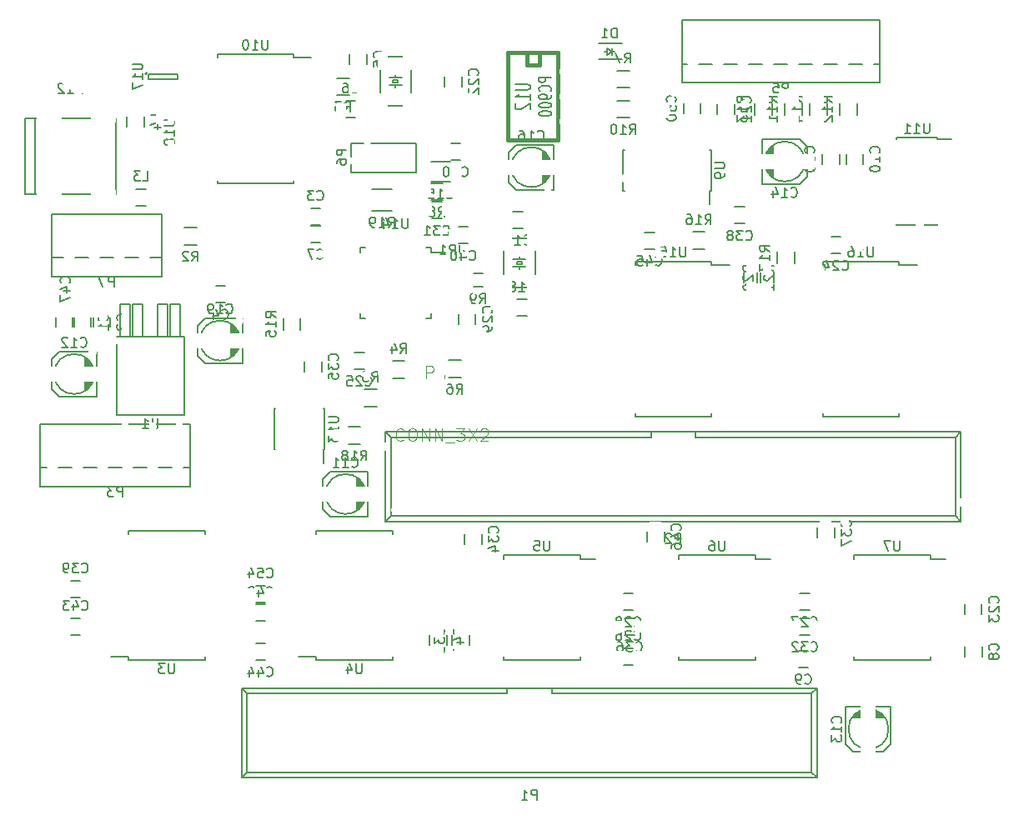
<source format=gbr>
G04 #@! TF.FileFunction,Legend,Bot*
%FSLAX46Y46*%
G04 Gerber Fmt 4.6, Leading zero omitted, Abs format (unit mm)*
G04 Created by KiCad (PCBNEW 4.0.2-4+6225~38~ubuntu15.04.1-stable) date Do 03 Mär 2016 01:00:01 CET*
%MOMM*%
G01*
G04 APERTURE LIST*
%ADD10C,0.150000*%
%ADD11C,0.127000*%
%ADD12C,0.381000*%
%ADD13C,0.088900*%
%ADD14C,0.152400*%
%ADD15R,0.600000X1.550000*%
%ADD16O,1.506220X3.014980*%
%ADD17R,2.000000X0.600000*%
%ADD18R,1.950000X0.600000*%
%ADD19R,2.600960X1.600200*%
%ADD20R,1.600200X2.600960*%
%ADD21R,1.000000X1.600000*%
%ADD22R,0.800000X3.000000*%
%ADD23R,6.300000X6.300000*%
%ADD24R,1.100000X1.900000*%
%ADD25R,1.500000X0.600000*%
%ADD26R,0.600000X1.500000*%
%ADD27O,2.286000X1.574800*%
%ADD28R,1.300000X0.250000*%
%ADD29R,0.250000X1.300000*%
%ADD30C,6.000000*%
%ADD31R,1.000000X1.250000*%
%ADD32R,1.250000X1.000000*%
%ADD33R,1.727200X1.727200*%
%ADD34O,1.727200X1.727200*%
%ADD35R,1.050000X1.050000*%
%ADD36C,1.050000*%
%ADD37R,0.650000X1.060000*%
%ADD38R,0.800000X1.400000*%
%ADD39R,1.200000X0.900000*%
%ADD40R,1.500000X1.300000*%
%ADD41R,1.300000X1.500000*%
%ADD42R,0.200000X0.200000*%
%ADD43R,2.301240X0.500380*%
%ADD44R,2.499360X1.998980*%
%ADD45C,0.899160*%
%ADD46R,0.900000X0.600000*%
%ADD47R,0.900000X1.700000*%
%ADD48R,0.900000X1.200000*%
%ADD49C,2.000000*%
%ADD50C,0.889000*%
%ADD51C,0.600000*%
G04 APERTURE END LIST*
D10*
X36992000Y-49319000D02*
X36847000Y-49319000D01*
X36992000Y-45169000D02*
X36847000Y-45169000D01*
X31842000Y-45169000D02*
X31987000Y-45169000D01*
X31842000Y-49319000D02*
X31987000Y-49319000D01*
X36992000Y-49319000D02*
X36992000Y-45169000D01*
X31842000Y-49319000D02*
X31842000Y-45169000D01*
X36847000Y-49319000D02*
X36847000Y-50719000D01*
X83312000Y-10160000D02*
X73279000Y-10160000D01*
X73279000Y-5715000D02*
X83312000Y-5715000D01*
X83312000Y-5715000D02*
X93345000Y-5715000D01*
X83312000Y-10160000D02*
X93345000Y-10160000D01*
X83312000Y-12065000D02*
X93345000Y-12065000D01*
X73279000Y-12065000D02*
X83312000Y-12065000D01*
X73279000Y-12065000D02*
X73279000Y-5715000D01*
X93345000Y-12065000D02*
X93345000Y-5715000D01*
X14859000Y-25400000D02*
X9271000Y-25400000D01*
X9271000Y-31750000D02*
X14859000Y-31750000D01*
X14859000Y-29845000D02*
X9271000Y-29845000D01*
X14859000Y-25400000D02*
X20447000Y-25400000D01*
X14859000Y-29845000D02*
X20447000Y-29845000D01*
X14859000Y-31750000D02*
X20447000Y-31750000D01*
X9271000Y-31750000D02*
X9271000Y-25400000D01*
X20447000Y-31750000D02*
X20447000Y-25400000D01*
X95315000Y-30225000D02*
X95315000Y-30590000D01*
X87565000Y-30225000D02*
X87565000Y-30590000D01*
X87565000Y-45975000D02*
X87565000Y-45610000D01*
X95315000Y-45975000D02*
X95315000Y-45610000D01*
X95315000Y-30225000D02*
X87565000Y-30225000D01*
X95315000Y-45975000D02*
X87565000Y-45975000D01*
X95315000Y-30590000D02*
X97140000Y-30590000D01*
X36130000Y-70710000D02*
X36130000Y-70375000D01*
X43880000Y-70710000D02*
X43880000Y-70375000D01*
X43880000Y-57560000D02*
X43880000Y-57895000D01*
X36130000Y-57560000D02*
X36130000Y-57895000D01*
X36130000Y-70710000D02*
X43880000Y-70710000D01*
X36130000Y-57560000D02*
X43880000Y-57560000D01*
X36130000Y-70375000D02*
X34330000Y-70375000D01*
X37465000Y-53848000D02*
X38227000Y-53848000D01*
X37846000Y-53467000D02*
X37846000Y-54229000D01*
X37592000Y-56134000D02*
X41402000Y-56134000D01*
X36830000Y-52324000D02*
X36830000Y-55372000D01*
X37592000Y-56134000D02*
X36830000Y-55372000D01*
X37592000Y-51562000D02*
X41402000Y-51562000D01*
X37592000Y-51562000D02*
X36830000Y-52324000D01*
X41148000Y-53975000D02*
X41148000Y-53721000D01*
X41021000Y-53213000D02*
X41021000Y-54483000D01*
X40894000Y-54737000D02*
X40894000Y-52959000D01*
X40767000Y-54991000D02*
X40767000Y-52705000D01*
X40640000Y-52578000D02*
X40640000Y-55118000D01*
X40513000Y-55245000D02*
X40513000Y-52451000D01*
X40386000Y-52324000D02*
X40386000Y-55372000D01*
X40259000Y-52197000D02*
X40259000Y-55499000D01*
X41402000Y-51562000D02*
X41402000Y-56134000D01*
X41148000Y-53848000D02*
G75*
G03X41148000Y-53848000I-2032000J0D01*
G01*
X92201000Y-79375000D02*
X92201000Y-78613000D01*
X91820000Y-78994000D02*
X92582000Y-78994000D01*
X94487000Y-79248000D02*
X94487000Y-75438000D01*
X90677000Y-80010000D02*
X93725000Y-80010000D01*
X94487000Y-79248000D02*
X93725000Y-80010000D01*
X89915000Y-79248000D02*
X89915000Y-75438000D01*
X89915000Y-79248000D02*
X90677000Y-80010000D01*
X92328000Y-75692000D02*
X92074000Y-75692000D01*
X91566000Y-75819000D02*
X92836000Y-75819000D01*
X93090000Y-75946000D02*
X91312000Y-75946000D01*
X93344000Y-76073000D02*
X91058000Y-76073000D01*
X90931000Y-76200000D02*
X93471000Y-76200000D01*
X93598000Y-76327000D02*
X90804000Y-76327000D01*
X90677000Y-76454000D02*
X93725000Y-76454000D01*
X90550000Y-76581000D02*
X93852000Y-76581000D01*
X89915000Y-75438000D02*
X94487000Y-75438000D01*
X94233000Y-77724000D02*
G75*
G03X94233000Y-77724000I-2032000J0D01*
G01*
X85344000Y-20066000D02*
X84582000Y-20066000D01*
X84963000Y-20447000D02*
X84963000Y-19685000D01*
X85217000Y-17780000D02*
X81407000Y-17780000D01*
X85979000Y-21590000D02*
X85979000Y-18542000D01*
X85217000Y-17780000D02*
X85979000Y-18542000D01*
X85217000Y-22352000D02*
X81407000Y-22352000D01*
X85217000Y-22352000D02*
X85979000Y-21590000D01*
X81661000Y-19939000D02*
X81661000Y-20193000D01*
X81788000Y-20701000D02*
X81788000Y-19431000D01*
X81915000Y-19177000D02*
X81915000Y-20955000D01*
X82042000Y-18923000D02*
X82042000Y-21209000D01*
X82169000Y-21336000D02*
X82169000Y-18796000D01*
X82296000Y-18669000D02*
X82296000Y-21463000D01*
X82423000Y-21590000D02*
X82423000Y-18542000D01*
X82550000Y-21717000D02*
X82550000Y-18415000D01*
X81407000Y-22352000D02*
X81407000Y-17780000D01*
X85725000Y-20066000D02*
G75*
G03X85725000Y-20066000I-2032000J0D01*
G01*
X49768000Y-22107000D02*
X47768000Y-22107000D01*
X47768000Y-20057000D02*
X49768000Y-20057000D01*
X56324500Y-20637500D02*
X57086500Y-20637500D01*
X56705500Y-20256500D02*
X56705500Y-21018500D01*
X56451500Y-22923500D02*
X60261500Y-22923500D01*
X55689500Y-19113500D02*
X55689500Y-22161500D01*
X56451500Y-22923500D02*
X55689500Y-22161500D01*
X56451500Y-18351500D02*
X60261500Y-18351500D01*
X56451500Y-18351500D02*
X55689500Y-19113500D01*
X60007500Y-20764500D02*
X60007500Y-20510500D01*
X59880500Y-20002500D02*
X59880500Y-21272500D01*
X59753500Y-21526500D02*
X59753500Y-19748500D01*
X59626500Y-21780500D02*
X59626500Y-19494500D01*
X59499500Y-19367500D02*
X59499500Y-21907500D01*
X59372500Y-22034500D02*
X59372500Y-19240500D01*
X59245500Y-19113500D02*
X59245500Y-22161500D01*
X59118500Y-18986500D02*
X59118500Y-22288500D01*
X60261500Y-18351500D02*
X60261500Y-22923500D01*
X60007500Y-20637500D02*
G75*
G03X60007500Y-20637500I-2032000J0D01*
G01*
X24713200Y-38252400D02*
X25475200Y-38252400D01*
X25094200Y-37871400D02*
X25094200Y-38633400D01*
X24840200Y-40538400D02*
X28650200Y-40538400D01*
X24078200Y-36728400D02*
X24078200Y-39776400D01*
X24840200Y-40538400D02*
X24078200Y-39776400D01*
X24840200Y-35966400D02*
X28650200Y-35966400D01*
X24840200Y-35966400D02*
X24078200Y-36728400D01*
X28396200Y-38379400D02*
X28396200Y-38125400D01*
X28269200Y-37617400D02*
X28269200Y-38887400D01*
X28142200Y-39141400D02*
X28142200Y-37363400D01*
X28015200Y-39395400D02*
X28015200Y-37109400D01*
X27888200Y-36982400D02*
X27888200Y-39522400D01*
X27761200Y-39649400D02*
X27761200Y-36855400D01*
X27634200Y-36728400D02*
X27634200Y-39776400D01*
X27507200Y-36601400D02*
X27507200Y-39903400D01*
X28650200Y-35966400D02*
X28650200Y-40538400D01*
X28396200Y-38252400D02*
G75*
G03X28396200Y-38252400I-2032000J0D01*
G01*
X15748000Y-46736000D02*
X23368000Y-46736000D01*
X15748000Y-51181000D02*
X23368000Y-51181000D01*
X15748000Y-53086000D02*
X23368000Y-53086000D01*
X8128000Y-53086000D02*
X8128000Y-46736000D01*
X23368000Y-53086000D02*
X23368000Y-46736000D01*
X15748000Y-51181000D02*
X8128000Y-51181000D01*
X8128000Y-53086000D02*
X15748000Y-53086000D01*
X15748000Y-46736000D02*
X8128000Y-46736000D01*
X17525000Y-37846000D02*
X17525000Y-34544000D01*
X17525000Y-34544000D02*
X18541000Y-34544000D01*
X18541000Y-34544000D02*
X18541000Y-37846000D01*
X16255000Y-37846000D02*
X16255000Y-34544000D01*
X16255000Y-34544000D02*
X17271000Y-34544000D01*
X17271000Y-34544000D02*
X17271000Y-37846000D01*
X20065000Y-37846000D02*
X20065000Y-34544000D01*
X20065000Y-34544000D02*
X21081000Y-34544000D01*
X21081000Y-34544000D02*
X21081000Y-37846000D01*
X21081000Y-37846000D02*
X21335000Y-37846000D01*
X21335000Y-37846000D02*
X21335000Y-34544000D01*
X21335000Y-34544000D02*
X22351000Y-34544000D01*
X22351000Y-34544000D02*
X22351000Y-37846000D01*
X22732000Y-43942000D02*
X22732000Y-37846000D01*
X22732000Y-37846000D02*
X15874000Y-37846000D01*
X15874000Y-37846000D02*
X15874000Y-45720000D01*
X15874000Y-45847000D02*
X22732000Y-45847000D01*
X22732000Y-45720000D02*
X22732000Y-43942000D01*
X58369000Y-27853000D02*
X55169000Y-27853000D01*
D11*
X55169000Y-32853000D02*
X58369000Y-32853000D01*
X57404000Y-30734000D02*
X56769000Y-30734000D01*
X56769000Y-30734000D02*
X56134000Y-30734000D01*
X57023000Y-30480000D02*
X56515000Y-30480000D01*
X56515000Y-30480000D02*
X56515000Y-30226000D01*
X56515000Y-30226000D02*
X57023000Y-30226000D01*
X57023000Y-30226000D02*
X57023000Y-30480000D01*
X57404000Y-29972000D02*
X56769000Y-29972000D01*
X56769000Y-29972000D02*
X56134000Y-29972000D01*
X56769000Y-29718000D02*
X56769000Y-29972000D01*
X56769000Y-30988000D02*
X56769000Y-30734000D01*
X58369000Y-32853000D02*
X58369000Y-27853000D01*
X55169000Y-32853000D02*
X55169000Y-27853000D01*
D10*
X17080000Y-70710000D02*
X17080000Y-70375000D01*
X24830000Y-70710000D02*
X24830000Y-70375000D01*
X24830000Y-57560000D02*
X24830000Y-57895000D01*
X17080000Y-57560000D02*
X17080000Y-57895000D01*
X17080000Y-70710000D02*
X24830000Y-70710000D01*
X17080000Y-57560000D02*
X24830000Y-57560000D01*
X17080000Y-70375000D02*
X15280000Y-70375000D01*
X62930000Y-60080000D02*
X62930000Y-60435000D01*
X55180000Y-60080000D02*
X55180000Y-60435000D01*
X55180000Y-70730000D02*
X55180000Y-70375000D01*
X62930000Y-70730000D02*
X62930000Y-70375000D01*
X62930000Y-60080000D02*
X55180000Y-60080000D01*
X62930000Y-70730000D02*
X55180000Y-70730000D01*
X62930000Y-60435000D02*
X64455000Y-60435000D01*
X80710000Y-60080000D02*
X80710000Y-60435000D01*
X72960000Y-60080000D02*
X72960000Y-60435000D01*
X72960000Y-70730000D02*
X72960000Y-70375000D01*
X80710000Y-70730000D02*
X80710000Y-70375000D01*
X80710000Y-60080000D02*
X72960000Y-60080000D01*
X80710000Y-70730000D02*
X72960000Y-70730000D01*
X80710000Y-60435000D02*
X82235000Y-60435000D01*
X98490000Y-60080000D02*
X98490000Y-60435000D01*
X90740000Y-60080000D02*
X90740000Y-60435000D01*
X90740000Y-70730000D02*
X90740000Y-70375000D01*
X98490000Y-70730000D02*
X98490000Y-70375000D01*
X98490000Y-60080000D02*
X90740000Y-60080000D01*
X98490000Y-70730000D02*
X90740000Y-70730000D01*
X98490000Y-60435000D02*
X100015000Y-60435000D01*
X76205000Y-23030000D02*
X76090000Y-23030000D01*
X76205000Y-18880000D02*
X76090000Y-18880000D01*
X67305000Y-18880000D02*
X67420000Y-18880000D01*
X67305000Y-23030000D02*
X67420000Y-23030000D01*
X76205000Y-23030000D02*
X76205000Y-18880000D01*
X67305000Y-23030000D02*
X67305000Y-18880000D01*
X76090000Y-23030000D02*
X76090000Y-24405000D01*
X33847000Y-9173000D02*
X33847000Y-9508000D01*
X26097000Y-9173000D02*
X26097000Y-9508000D01*
X26097000Y-22323000D02*
X26097000Y-21988000D01*
X33847000Y-22323000D02*
X33847000Y-21988000D01*
X33847000Y-9173000D02*
X26097000Y-9173000D01*
X33847000Y-22323000D02*
X26097000Y-22323000D01*
X33847000Y-9508000D02*
X35647000Y-9508000D01*
D12*
X55626000Y-9017000D02*
X55626000Y-17907000D01*
X55626000Y-17907000D02*
X60706000Y-17907000D01*
X60706000Y-17907000D02*
X60706000Y-9017000D01*
X60706000Y-9017000D02*
X55626000Y-9017000D01*
X57531000Y-9017000D02*
X57531000Y-10287000D01*
X57531000Y-10287000D02*
X58801000Y-10287000D01*
X58801000Y-10287000D02*
X58801000Y-9017000D01*
D10*
X76265000Y-30225000D02*
X76265000Y-30590000D01*
X68515000Y-30225000D02*
X68515000Y-30590000D01*
X68515000Y-45975000D02*
X68515000Y-45610000D01*
X76265000Y-45975000D02*
X76265000Y-45610000D01*
X76265000Y-30225000D02*
X68515000Y-30225000D01*
X76265000Y-45975000D02*
X68515000Y-45975000D01*
X76265000Y-30590000D02*
X78090000Y-30590000D01*
X45796000Y-9438000D02*
X42596000Y-9438000D01*
D11*
X42596000Y-14438000D02*
X45796000Y-14438000D01*
X44831000Y-12319000D02*
X44196000Y-12319000D01*
X44196000Y-12319000D02*
X43561000Y-12319000D01*
X44450000Y-12065000D02*
X43942000Y-12065000D01*
X43942000Y-12065000D02*
X43942000Y-11811000D01*
X43942000Y-11811000D02*
X44450000Y-11811000D01*
X44450000Y-11811000D02*
X44450000Y-12065000D01*
X44831000Y-11557000D02*
X44196000Y-11557000D01*
X44196000Y-11557000D02*
X43561000Y-11557000D01*
X44196000Y-11303000D02*
X44196000Y-11557000D01*
X44196000Y-12573000D02*
X44196000Y-12319000D01*
X45796000Y-14438000D02*
X45796000Y-9438000D01*
X42596000Y-14438000D02*
X42596000Y-9438000D01*
D10*
X47821000Y-28760000D02*
X47821000Y-29285000D01*
X40571000Y-28760000D02*
X40571000Y-29285000D01*
X40571000Y-36010000D02*
X40571000Y-35485000D01*
X47821000Y-36010000D02*
X47821000Y-35485000D01*
X47821000Y-28760000D02*
X47296000Y-28760000D01*
X47821000Y-36010000D02*
X47296000Y-36010000D01*
X40571000Y-36010000D02*
X41096000Y-36010000D01*
X40571000Y-28760000D02*
X41096000Y-28760000D01*
X47821000Y-29285000D02*
X49196000Y-29285000D01*
X36568000Y-28282000D02*
X35568000Y-28282000D01*
X35568000Y-26582000D02*
X36568000Y-26582000D01*
X41236000Y-9152000D02*
X41236000Y-10152000D01*
X39536000Y-10152000D02*
X39536000Y-9152000D01*
X39124000Y-13882000D02*
X40124000Y-13882000D01*
X40124000Y-15582000D02*
X39124000Y-15582000D01*
X103720000Y-69350000D02*
X103720000Y-70350000D01*
X102020000Y-70350000D02*
X102020000Y-69350000D01*
X86098000Y-71462000D02*
X85098000Y-71462000D01*
X85098000Y-69762000D02*
X86098000Y-69762000D01*
X91655000Y-19312000D02*
X91655000Y-20312000D01*
X89955000Y-20312000D02*
X89955000Y-19312000D01*
X57103900Y-26834200D02*
X56103900Y-26834200D01*
X56103900Y-25134200D02*
X57103900Y-25134200D01*
X56523000Y-34075000D02*
X57523000Y-34075000D01*
X57523000Y-35775000D02*
X56523000Y-35775000D01*
X78574000Y-14232000D02*
X78574000Y-15232000D01*
X76874000Y-15232000D02*
X76874000Y-14232000D01*
X50888000Y-11438000D02*
X50888000Y-12438000D01*
X49188000Y-12438000D02*
X49188000Y-11438000D01*
X103719000Y-65032000D02*
X103719000Y-66032000D01*
X102019000Y-66032000D02*
X102019000Y-65032000D01*
X89399000Y-29425000D02*
X88399000Y-29425000D01*
X88399000Y-27725000D02*
X89399000Y-27725000D01*
X40987600Y-41159800D02*
X39987600Y-41159800D01*
X39987600Y-39459800D02*
X40987600Y-39459800D01*
X67318000Y-69508000D02*
X68318000Y-69508000D01*
X68318000Y-71208000D02*
X67318000Y-71208000D01*
X86225000Y-65620000D02*
X85225000Y-65620000D01*
X85225000Y-63920000D02*
X86225000Y-63920000D01*
X68318000Y-65620000D02*
X67318000Y-65620000D01*
X67318000Y-63920000D02*
X68318000Y-63920000D01*
X52310400Y-35568000D02*
X52310400Y-36568000D01*
X50610400Y-36568000D02*
X50610400Y-35568000D01*
X48887000Y-25869000D02*
X47887000Y-25869000D01*
X47887000Y-24169000D02*
X48887000Y-24169000D01*
X86225000Y-68160000D02*
X85225000Y-68160000D01*
X85225000Y-66460000D02*
X86225000Y-66460000D01*
X49950000Y-69207000D02*
X49950000Y-68207000D01*
X51650000Y-68207000D02*
X51650000Y-69207000D01*
X52920000Y-57920000D02*
X52920000Y-58920000D01*
X51220000Y-58920000D02*
X51220000Y-57920000D01*
X36664000Y-40394000D02*
X36664000Y-41394000D01*
X34964000Y-41394000D02*
X34964000Y-40394000D01*
X68445000Y-68160000D02*
X67445000Y-68160000D01*
X67445000Y-66460000D02*
X68445000Y-66460000D01*
X88734000Y-57259600D02*
X88734000Y-58259600D01*
X87034000Y-58259600D02*
X87034000Y-57259600D01*
X79621000Y-26377000D02*
X78621000Y-26377000D01*
X78621000Y-24677000D02*
X79621000Y-24677000D01*
X11184000Y-62650000D02*
X12184000Y-62650000D01*
X12184000Y-64350000D02*
X11184000Y-64350000D01*
X51554000Y-28409000D02*
X50554000Y-28409000D01*
X50554000Y-26709000D02*
X51554000Y-26709000D01*
X49364000Y-68207000D02*
X49364000Y-69207000D01*
X47664000Y-69207000D02*
X47664000Y-68207000D01*
X29979000Y-65063000D02*
X30979000Y-65063000D01*
X30979000Y-66763000D02*
X29979000Y-66763000D01*
X11184000Y-66460000D02*
X12184000Y-66460000D01*
X12184000Y-68160000D02*
X11184000Y-68160000D01*
X30980000Y-70700000D02*
X29980000Y-70700000D01*
X29980000Y-69000000D02*
X30980000Y-69000000D01*
X70451600Y-28942400D02*
X69451600Y-28942400D01*
X69451600Y-27242400D02*
X70451600Y-27242400D01*
X71462000Y-57666000D02*
X71462000Y-58666000D01*
X69762000Y-58666000D02*
X69762000Y-57666000D01*
X28575000Y-82655000D02*
X86995000Y-82655000D01*
X29115000Y-82105000D02*
X86435000Y-82105000D01*
X28575000Y-73555000D02*
X86995000Y-73555000D01*
X29115000Y-74105000D02*
X55535000Y-74105000D01*
X60035000Y-74105000D02*
X86435000Y-74105000D01*
X55535000Y-74105000D02*
X55535000Y-73555000D01*
X60035000Y-74105000D02*
X60035000Y-73555000D01*
X28575000Y-82655000D02*
X28575000Y-73555000D01*
X29115000Y-82105000D02*
X29115000Y-74105000D01*
X86995000Y-82655000D02*
X86995000Y-73555000D01*
X86435000Y-82105000D02*
X86435000Y-74105000D01*
X28575000Y-82655000D02*
X29115000Y-82105000D01*
X86995000Y-82655000D02*
X86435000Y-82105000D01*
X28575000Y-73555000D02*
X29115000Y-74105000D01*
X86995000Y-73555000D02*
X86435000Y-74105000D01*
X43180000Y-56620000D02*
X101600000Y-56620000D01*
X43720000Y-56070000D02*
X101040000Y-56070000D01*
X43180000Y-47520000D02*
X101600000Y-47520000D01*
X43720000Y-48070000D02*
X70140000Y-48070000D01*
X74640000Y-48070000D02*
X101040000Y-48070000D01*
X70140000Y-48070000D02*
X70140000Y-47520000D01*
X74640000Y-48070000D02*
X74640000Y-47520000D01*
X43180000Y-56620000D02*
X43180000Y-47520000D01*
X43720000Y-56070000D02*
X43720000Y-48070000D01*
X101600000Y-56620000D02*
X101600000Y-47520000D01*
X101040000Y-56070000D02*
X101040000Y-48070000D01*
X43180000Y-56620000D02*
X43720000Y-56070000D01*
X101600000Y-56620000D02*
X101040000Y-56070000D01*
X43180000Y-47520000D02*
X43720000Y-48070000D01*
X101600000Y-47520000D02*
X101040000Y-48070000D01*
X39636800Y-21150000D02*
X39636800Y-20350000D01*
X46286800Y-21150000D02*
X39636800Y-21150000D01*
X46286800Y-21150000D02*
X46286800Y-18200000D01*
X46286800Y-18200000D02*
X41736800Y-18200000D01*
X39636800Y-19550000D02*
X39636800Y-18200000D01*
X39636800Y-18200000D02*
X40936800Y-18200000D01*
X11415400Y-35872800D02*
X11415400Y-36872800D01*
X9715400Y-36872800D02*
X9715400Y-35872800D01*
X9905000Y-41656000D02*
X10667000Y-41656000D01*
X10286000Y-41275000D02*
X10286000Y-42037000D01*
X10032000Y-43942000D02*
X13842000Y-43942000D01*
X9270000Y-40132000D02*
X9270000Y-43180000D01*
X10032000Y-43942000D02*
X9270000Y-43180000D01*
X10032000Y-39370000D02*
X13842000Y-39370000D01*
X10032000Y-39370000D02*
X9270000Y-40132000D01*
X13588000Y-41783000D02*
X13588000Y-41529000D01*
X13461000Y-41021000D02*
X13461000Y-42291000D01*
X13334000Y-42545000D02*
X13334000Y-40767000D01*
X13207000Y-42799000D02*
X13207000Y-40513000D01*
X13080000Y-40386000D02*
X13080000Y-42926000D01*
X12953000Y-43053000D02*
X12953000Y-40259000D01*
X12826000Y-40132000D02*
X12826000Y-43180000D01*
X12699000Y-40005000D02*
X12699000Y-43307000D01*
X13842000Y-39370000D02*
X13842000Y-43942000D01*
X13588000Y-41656000D02*
G75*
G03X13588000Y-41656000I-2032000J0D01*
G01*
X17851500Y-22835500D02*
X18851500Y-22835500D01*
X18851500Y-24535500D02*
X17851500Y-24535500D01*
X18630000Y-15502000D02*
X18630000Y-16502000D01*
X16930000Y-16502000D02*
X16930000Y-15502000D01*
X18974000Y-11130000D02*
G75*
G03X18974000Y-11130000I-100000J0D01*
G01*
X19124000Y-11680000D02*
X19124000Y-11180000D01*
X22024000Y-11680000D02*
X19124000Y-11680000D01*
X22024000Y-11180000D02*
X22024000Y-11680000D01*
X19124000Y-11180000D02*
X22024000Y-11180000D01*
X53078000Y-31456000D02*
X52078000Y-31456000D01*
X52078000Y-32806000D02*
X53078000Y-32806000D01*
X13295000Y-35872800D02*
X13295000Y-36872800D01*
X11595000Y-36872800D02*
X11595000Y-35872800D01*
X15174600Y-35872800D02*
X15174600Y-36872800D01*
X13474600Y-36872800D02*
X13474600Y-35872800D01*
X35568000Y-24804000D02*
X36568000Y-24804000D01*
X36568000Y-26504000D02*
X35568000Y-26504000D01*
X26915000Y-34378000D02*
X25915000Y-34378000D01*
X25915000Y-32678000D02*
X26915000Y-32678000D01*
X23967000Y-26760200D02*
X22767000Y-26760200D01*
X22767000Y-28510200D02*
X23967000Y-28510200D01*
X39462000Y-11571000D02*
X38262000Y-11571000D01*
X38262000Y-13321000D02*
X39462000Y-13321000D01*
X43900800Y-42073800D02*
X45100800Y-42073800D01*
X45100800Y-40323800D02*
X43900800Y-40323800D01*
X41055000Y-44944000D02*
X42255000Y-44944000D01*
X42255000Y-43194000D02*
X41055000Y-43194000D01*
X50815800Y-40247600D02*
X49615800Y-40247600D01*
X49615800Y-41997600D02*
X50815800Y-41997600D01*
X66710000Y-12559000D02*
X67910000Y-12559000D01*
X67910000Y-10809000D02*
X66710000Y-10809000D01*
X48987000Y-22239000D02*
X47787000Y-22239000D01*
X47787000Y-23989000D02*
X48987000Y-23989000D01*
X67910000Y-13857000D02*
X66710000Y-13857000D01*
X66710000Y-15607000D02*
X67910000Y-15607000D01*
X85457000Y-15332000D02*
X85457000Y-14132000D01*
X83707000Y-14132000D02*
X83707000Y-15332000D01*
X91045000Y-15332000D02*
X91045000Y-14132000D01*
X89295000Y-14132000D02*
X89295000Y-15332000D01*
X82409000Y-15332000D02*
X82409000Y-14132000D01*
X80659000Y-14132000D02*
X80659000Y-15332000D01*
X87997000Y-15332000D02*
X87997000Y-14132000D01*
X86247000Y-14132000D02*
X86247000Y-15332000D01*
X34530000Y-37176000D02*
X34530000Y-35976000D01*
X32780000Y-35976000D02*
X32780000Y-37176000D01*
X74380800Y-28967400D02*
X75580800Y-28967400D01*
X75580800Y-27217400D02*
X74380800Y-27217400D01*
X84694000Y-30445000D02*
X84694000Y-29245000D01*
X82944000Y-29245000D02*
X82944000Y-30445000D01*
X7575820Y-23408640D02*
X7575820Y-15707360D01*
X6575060Y-23408640D02*
X6575060Y-15707360D01*
X6575060Y-15707360D02*
X15774940Y-15707360D01*
X15774940Y-15707360D02*
X15774940Y-23408640D01*
X15774940Y-23408640D02*
X6575060Y-23408640D01*
X40605000Y-47004000D02*
X39405000Y-47004000D01*
X39405000Y-48754000D02*
X40605000Y-48754000D01*
X65663000Y-8890000D02*
X65413000Y-8890000D01*
X66163000Y-8890000D02*
X66413000Y-8890000D01*
X66163000Y-8890000D02*
X65663000Y-8540000D01*
X65663000Y-8540000D02*
X65663000Y-9240000D01*
X65663000Y-9240000D02*
X66163000Y-8890000D01*
X66163000Y-8540000D02*
X66163000Y-9240000D01*
X67213000Y-9690000D02*
X64813000Y-9690000D01*
X67213000Y-8090000D02*
X64813000Y-8090000D01*
X99230000Y-17648000D02*
X99230000Y-17763000D01*
X95080000Y-17648000D02*
X95080000Y-17763000D01*
X95080000Y-26548000D02*
X95080000Y-26433000D01*
X99230000Y-26548000D02*
X99230000Y-26433000D01*
X99230000Y-17648000D02*
X95080000Y-17648000D01*
X99230000Y-26548000D02*
X95080000Y-26548000D01*
X99230000Y-17763000D02*
X100605000Y-17763000D01*
X50792000Y-19900000D02*
X49792000Y-19900000D01*
X49792000Y-18200000D02*
X50792000Y-18200000D01*
X87542000Y-20312000D02*
X87542000Y-19312000D01*
X89242000Y-19312000D02*
X89242000Y-20312000D01*
X73470400Y-15130400D02*
X73470400Y-14130400D01*
X75170400Y-14130400D02*
X75170400Y-15130400D01*
X43824400Y-22902600D02*
X41824400Y-22902600D01*
X41824400Y-25052600D02*
X43824400Y-25052600D01*
X29979000Y-63158000D02*
X30979000Y-63158000D01*
X30979000Y-64858000D02*
X29979000Y-64858000D01*
X82589000Y-32377000D02*
X82589000Y-31377000D01*
X81239000Y-31377000D02*
X81239000Y-32377000D01*
X79588000Y-31377000D02*
X79588000Y-32377000D01*
X80938000Y-32377000D02*
X80938000Y-31377000D01*
X37369381Y-46005905D02*
X38178905Y-46005905D01*
X38274143Y-46053524D01*
X38321762Y-46101143D01*
X38369381Y-46196381D01*
X38369381Y-46386858D01*
X38321762Y-46482096D01*
X38274143Y-46529715D01*
X38178905Y-46577334D01*
X37369381Y-46577334D01*
X38369381Y-47577334D02*
X38369381Y-47005905D01*
X38369381Y-47291619D02*
X37369381Y-47291619D01*
X37512238Y-47196381D01*
X37607476Y-47101143D01*
X37655095Y-47005905D01*
X37369381Y-47910667D02*
X37369381Y-48529715D01*
X37750333Y-48196381D01*
X37750333Y-48339239D01*
X37797952Y-48434477D01*
X37845571Y-48482096D01*
X37940810Y-48529715D01*
X38178905Y-48529715D01*
X38274143Y-48482096D01*
X38321762Y-48434477D01*
X38369381Y-48339239D01*
X38369381Y-48053524D01*
X38321762Y-47958286D01*
X38274143Y-47910667D01*
X84050095Y-13092381D02*
X84050095Y-12092381D01*
X83669142Y-12092381D01*
X83573904Y-12140000D01*
X83526285Y-12187619D01*
X83478666Y-12282857D01*
X83478666Y-12425714D01*
X83526285Y-12520952D01*
X83573904Y-12568571D01*
X83669142Y-12616190D01*
X84050095Y-12616190D01*
X82573904Y-12092381D02*
X83050095Y-12092381D01*
X83097714Y-12568571D01*
X83050095Y-12520952D01*
X82954857Y-12473333D01*
X82716761Y-12473333D01*
X82621523Y-12520952D01*
X82573904Y-12568571D01*
X82526285Y-12663810D01*
X82526285Y-12901905D01*
X82573904Y-12997143D01*
X82621523Y-13044762D01*
X82716761Y-13092381D01*
X82954857Y-13092381D01*
X83050095Y-13044762D01*
X83097714Y-12997143D01*
X15597095Y-32777381D02*
X15597095Y-31777381D01*
X15216142Y-31777381D01*
X15120904Y-31825000D01*
X15073285Y-31872619D01*
X15025666Y-31967857D01*
X15025666Y-32110714D01*
X15073285Y-32205952D01*
X15120904Y-32253571D01*
X15216142Y-32301190D01*
X15597095Y-32301190D01*
X14692333Y-31777381D02*
X14025666Y-31777381D01*
X14454238Y-32777381D01*
D13*
X47322619Y-42103524D02*
X47322619Y-40833524D01*
X47806428Y-40833524D01*
X47927381Y-40894000D01*
X47987857Y-40954476D01*
X48048333Y-41075429D01*
X48048333Y-41256857D01*
X47987857Y-41377810D01*
X47927381Y-41438286D01*
X47806428Y-41498762D01*
X47322619Y-41498762D01*
X49136905Y-41256857D02*
X49136905Y-42103524D01*
X48834524Y-40773048D02*
X48532143Y-41680190D01*
X49318333Y-41680190D01*
X44994286Y-48332571D02*
X44933810Y-48393048D01*
X44752381Y-48453524D01*
X44631429Y-48453524D01*
X44450001Y-48393048D01*
X44329048Y-48272095D01*
X44268572Y-48151143D01*
X44208096Y-47909238D01*
X44208096Y-47727810D01*
X44268572Y-47485905D01*
X44329048Y-47364952D01*
X44450001Y-47244000D01*
X44631429Y-47183524D01*
X44752381Y-47183524D01*
X44933810Y-47244000D01*
X44994286Y-47304476D01*
X45780477Y-47183524D02*
X46022381Y-47183524D01*
X46143334Y-47244000D01*
X46264286Y-47364952D01*
X46324762Y-47606857D01*
X46324762Y-48030190D01*
X46264286Y-48272095D01*
X46143334Y-48393048D01*
X46022381Y-48453524D01*
X45780477Y-48453524D01*
X45659524Y-48393048D01*
X45538572Y-48272095D01*
X45478096Y-48030190D01*
X45478096Y-47606857D01*
X45538572Y-47364952D01*
X45659524Y-47244000D01*
X45780477Y-47183524D01*
X46869048Y-48453524D02*
X46869048Y-47183524D01*
X47594762Y-48453524D01*
X47594762Y-47183524D01*
X48199524Y-48453524D02*
X48199524Y-47183524D01*
X48925238Y-48453524D01*
X48925238Y-47183524D01*
X49227619Y-48574476D02*
X50195238Y-48574476D01*
X50376667Y-47183524D02*
X51162857Y-47183524D01*
X50739524Y-47667333D01*
X50920952Y-47667333D01*
X51041905Y-47727810D01*
X51102381Y-47788286D01*
X51162857Y-47909238D01*
X51162857Y-48211619D01*
X51102381Y-48332571D01*
X51041905Y-48393048D01*
X50920952Y-48453524D01*
X50558095Y-48453524D01*
X50437143Y-48393048D01*
X50376667Y-48332571D01*
X51586191Y-47183524D02*
X52432857Y-48453524D01*
X52432857Y-47183524D02*
X51586191Y-48453524D01*
X52856191Y-47304476D02*
X52916667Y-47244000D01*
X53037619Y-47183524D01*
X53340000Y-47183524D01*
X53460953Y-47244000D01*
X53521429Y-47304476D01*
X53581905Y-47425429D01*
X53581905Y-47546381D01*
X53521429Y-47727810D01*
X52795715Y-48453524D01*
X53581905Y-48453524D01*
D10*
X92678095Y-28752381D02*
X92678095Y-29561905D01*
X92630476Y-29657143D01*
X92582857Y-29704762D01*
X92487619Y-29752381D01*
X92297142Y-29752381D01*
X92201904Y-29704762D01*
X92154285Y-29657143D01*
X92106666Y-29561905D01*
X92106666Y-28752381D01*
X91106666Y-29752381D02*
X91678095Y-29752381D01*
X91392381Y-29752381D02*
X91392381Y-28752381D01*
X91487619Y-28895238D01*
X91582857Y-28990476D01*
X91678095Y-29038095D01*
X90249523Y-28752381D02*
X90440000Y-28752381D01*
X90535238Y-28800000D01*
X90582857Y-28847619D01*
X90678095Y-28990476D01*
X90725714Y-29180952D01*
X90725714Y-29561905D01*
X90678095Y-29657143D01*
X90630476Y-29704762D01*
X90535238Y-29752381D01*
X90344761Y-29752381D01*
X90249523Y-29704762D01*
X90201904Y-29657143D01*
X90154285Y-29561905D01*
X90154285Y-29323810D01*
X90201904Y-29228571D01*
X90249523Y-29180952D01*
X90344761Y-29133333D01*
X90535238Y-29133333D01*
X90630476Y-29180952D01*
X90678095Y-29228571D01*
X90725714Y-29323810D01*
X40766905Y-71087381D02*
X40766905Y-71896905D01*
X40719286Y-71992143D01*
X40671667Y-72039762D01*
X40576429Y-72087381D01*
X40385952Y-72087381D01*
X40290714Y-72039762D01*
X40243095Y-71992143D01*
X40195476Y-71896905D01*
X40195476Y-71087381D01*
X39290714Y-71420714D02*
X39290714Y-72087381D01*
X39528810Y-71039762D02*
X39766905Y-71754048D01*
X39147857Y-71754048D01*
X39758857Y-51030143D02*
X39806476Y-51077762D01*
X39949333Y-51125381D01*
X40044571Y-51125381D01*
X40187429Y-51077762D01*
X40282667Y-50982524D01*
X40330286Y-50887286D01*
X40377905Y-50696810D01*
X40377905Y-50553952D01*
X40330286Y-50363476D01*
X40282667Y-50268238D01*
X40187429Y-50173000D01*
X40044571Y-50125381D01*
X39949333Y-50125381D01*
X39806476Y-50173000D01*
X39758857Y-50220619D01*
X38806476Y-51125381D02*
X39377905Y-51125381D01*
X39092191Y-51125381D02*
X39092191Y-50125381D01*
X39187429Y-50268238D01*
X39282667Y-50363476D01*
X39377905Y-50411095D01*
X37854095Y-51125381D02*
X38425524Y-51125381D01*
X38139810Y-51125381D02*
X38139810Y-50125381D01*
X38235048Y-50268238D01*
X38330286Y-50363476D01*
X38425524Y-50411095D01*
X89383143Y-77081143D02*
X89430762Y-77033524D01*
X89478381Y-76890667D01*
X89478381Y-76795429D01*
X89430762Y-76652571D01*
X89335524Y-76557333D01*
X89240286Y-76509714D01*
X89049810Y-76462095D01*
X88906952Y-76462095D01*
X88716476Y-76509714D01*
X88621238Y-76557333D01*
X88526000Y-76652571D01*
X88478381Y-76795429D01*
X88478381Y-76890667D01*
X88526000Y-77033524D01*
X88573619Y-77081143D01*
X89478381Y-78033524D02*
X89478381Y-77462095D01*
X89478381Y-77747809D02*
X88478381Y-77747809D01*
X88621238Y-77652571D01*
X88716476Y-77557333D01*
X88764095Y-77462095D01*
X88478381Y-78366857D02*
X88478381Y-78985905D01*
X88859333Y-78652571D01*
X88859333Y-78795429D01*
X88906952Y-78890667D01*
X88954571Y-78938286D01*
X89049810Y-78985905D01*
X89287905Y-78985905D01*
X89383143Y-78938286D01*
X89430762Y-78890667D01*
X89478381Y-78795429D01*
X89478381Y-78509714D01*
X89430762Y-78414476D01*
X89383143Y-78366857D01*
X84335857Y-23598143D02*
X84383476Y-23645762D01*
X84526333Y-23693381D01*
X84621571Y-23693381D01*
X84764429Y-23645762D01*
X84859667Y-23550524D01*
X84907286Y-23455286D01*
X84954905Y-23264810D01*
X84954905Y-23121952D01*
X84907286Y-22931476D01*
X84859667Y-22836238D01*
X84764429Y-22741000D01*
X84621571Y-22693381D01*
X84526333Y-22693381D01*
X84383476Y-22741000D01*
X84335857Y-22788619D01*
X83383476Y-23693381D02*
X83954905Y-23693381D01*
X83669191Y-23693381D02*
X83669191Y-22693381D01*
X83764429Y-22836238D01*
X83859667Y-22931476D01*
X83954905Y-22979095D01*
X82526333Y-23026714D02*
X82526333Y-23693381D01*
X82764429Y-22645762D02*
X83002524Y-23360048D01*
X82383476Y-23360048D01*
X49410857Y-23739143D02*
X49458476Y-23786762D01*
X49601333Y-23834381D01*
X49696571Y-23834381D01*
X49839429Y-23786762D01*
X49934667Y-23691524D01*
X49982286Y-23596286D01*
X50029905Y-23405810D01*
X50029905Y-23262952D01*
X49982286Y-23072476D01*
X49934667Y-22977238D01*
X49839429Y-22882000D01*
X49696571Y-22834381D01*
X49601333Y-22834381D01*
X49458476Y-22882000D01*
X49410857Y-22929619D01*
X48458476Y-23834381D02*
X49029905Y-23834381D01*
X48744191Y-23834381D02*
X48744191Y-22834381D01*
X48839429Y-22977238D01*
X48934667Y-23072476D01*
X49029905Y-23120095D01*
X47553714Y-22834381D02*
X48029905Y-22834381D01*
X48077524Y-23310571D01*
X48029905Y-23262952D01*
X47934667Y-23215333D01*
X47696571Y-23215333D01*
X47601333Y-23262952D01*
X47553714Y-23310571D01*
X47506095Y-23405810D01*
X47506095Y-23643905D01*
X47553714Y-23739143D01*
X47601333Y-23786762D01*
X47696571Y-23834381D01*
X47934667Y-23834381D01*
X48029905Y-23786762D01*
X48077524Y-23739143D01*
X58618357Y-17819643D02*
X58665976Y-17867262D01*
X58808833Y-17914881D01*
X58904071Y-17914881D01*
X59046929Y-17867262D01*
X59142167Y-17772024D01*
X59189786Y-17676786D01*
X59237405Y-17486310D01*
X59237405Y-17343452D01*
X59189786Y-17152976D01*
X59142167Y-17057738D01*
X59046929Y-16962500D01*
X58904071Y-16914881D01*
X58808833Y-16914881D01*
X58665976Y-16962500D01*
X58618357Y-17010119D01*
X57665976Y-17914881D02*
X58237405Y-17914881D01*
X57951691Y-17914881D02*
X57951691Y-16914881D01*
X58046929Y-17057738D01*
X58142167Y-17152976D01*
X58237405Y-17200595D01*
X56808833Y-16914881D02*
X56999310Y-16914881D01*
X57094548Y-16962500D01*
X57142167Y-17010119D01*
X57237405Y-17152976D01*
X57285024Y-17343452D01*
X57285024Y-17724405D01*
X57237405Y-17819643D01*
X57189786Y-17867262D01*
X57094548Y-17914881D01*
X56904071Y-17914881D01*
X56808833Y-17867262D01*
X56761214Y-17819643D01*
X56713595Y-17724405D01*
X56713595Y-17486310D01*
X56761214Y-17391071D01*
X56808833Y-17343452D01*
X56904071Y-17295833D01*
X57094548Y-17295833D01*
X57189786Y-17343452D01*
X57237405Y-17391071D01*
X57285024Y-17486310D01*
X27007057Y-35434543D02*
X27054676Y-35482162D01*
X27197533Y-35529781D01*
X27292771Y-35529781D01*
X27435629Y-35482162D01*
X27530867Y-35386924D01*
X27578486Y-35291686D01*
X27626105Y-35101210D01*
X27626105Y-34958352D01*
X27578486Y-34767876D01*
X27530867Y-34672638D01*
X27435629Y-34577400D01*
X27292771Y-34529781D01*
X27197533Y-34529781D01*
X27054676Y-34577400D01*
X27007057Y-34625019D01*
X26054676Y-35529781D02*
X26626105Y-35529781D01*
X26340391Y-35529781D02*
X26340391Y-34529781D01*
X26435629Y-34672638D01*
X26530867Y-34767876D01*
X26626105Y-34815495D01*
X25578486Y-35529781D02*
X25388010Y-35529781D01*
X25292771Y-35482162D01*
X25245152Y-35434543D01*
X25149914Y-35291686D01*
X25102295Y-35101210D01*
X25102295Y-34720257D01*
X25149914Y-34625019D01*
X25197533Y-34577400D01*
X25292771Y-34529781D01*
X25483248Y-34529781D01*
X25578486Y-34577400D01*
X25626105Y-34625019D01*
X25673724Y-34720257D01*
X25673724Y-34958352D01*
X25626105Y-35053590D01*
X25578486Y-35101210D01*
X25483248Y-35148829D01*
X25292771Y-35148829D01*
X25197533Y-35101210D01*
X25149914Y-35053590D01*
X25102295Y-34958352D01*
X16486095Y-54113381D02*
X16486095Y-53113381D01*
X16105142Y-53113381D01*
X16009904Y-53161000D01*
X15962285Y-53208619D01*
X15914666Y-53303857D01*
X15914666Y-53446714D01*
X15962285Y-53541952D01*
X16009904Y-53589571D01*
X16105142Y-53637190D01*
X16486095Y-53637190D01*
X15581333Y-53113381D02*
X14962285Y-53113381D01*
X15295619Y-53494333D01*
X15152761Y-53494333D01*
X15057523Y-53541952D01*
X15009904Y-53589571D01*
X14962285Y-53684810D01*
X14962285Y-53922905D01*
X15009904Y-54018143D01*
X15057523Y-54065762D01*
X15152761Y-54113381D01*
X15438476Y-54113381D01*
X15533714Y-54065762D01*
X15581333Y-54018143D01*
X20064905Y-46188381D02*
X20064905Y-46997905D01*
X20017286Y-47093143D01*
X19969667Y-47140762D01*
X19874429Y-47188381D01*
X19683952Y-47188381D01*
X19588714Y-47140762D01*
X19541095Y-47093143D01*
X19493476Y-46997905D01*
X19493476Y-46188381D01*
X18493476Y-47188381D02*
X19064905Y-47188381D01*
X18779191Y-47188381D02*
X18779191Y-46188381D01*
X18874429Y-46331238D01*
X18969667Y-46426476D01*
X19064905Y-46474095D01*
X21716905Y-71087381D02*
X21716905Y-71896905D01*
X21669286Y-71992143D01*
X21621667Y-72039762D01*
X21526429Y-72087381D01*
X21335952Y-72087381D01*
X21240714Y-72039762D01*
X21193095Y-71992143D01*
X21145476Y-71896905D01*
X21145476Y-71087381D01*
X20764524Y-71087381D02*
X20145476Y-71087381D01*
X20478810Y-71468333D01*
X20335952Y-71468333D01*
X20240714Y-71515952D01*
X20193095Y-71563571D01*
X20145476Y-71658810D01*
X20145476Y-71896905D01*
X20193095Y-71992143D01*
X20240714Y-72039762D01*
X20335952Y-72087381D01*
X20621667Y-72087381D01*
X20716905Y-72039762D01*
X20764524Y-71992143D01*
X59816905Y-58607381D02*
X59816905Y-59416905D01*
X59769286Y-59512143D01*
X59721667Y-59559762D01*
X59626429Y-59607381D01*
X59435952Y-59607381D01*
X59340714Y-59559762D01*
X59293095Y-59512143D01*
X59245476Y-59416905D01*
X59245476Y-58607381D01*
X58293095Y-58607381D02*
X58769286Y-58607381D01*
X58816905Y-59083571D01*
X58769286Y-59035952D01*
X58674048Y-58988333D01*
X58435952Y-58988333D01*
X58340714Y-59035952D01*
X58293095Y-59083571D01*
X58245476Y-59178810D01*
X58245476Y-59416905D01*
X58293095Y-59512143D01*
X58340714Y-59559762D01*
X58435952Y-59607381D01*
X58674048Y-59607381D01*
X58769286Y-59559762D01*
X58816905Y-59512143D01*
X77596905Y-58607381D02*
X77596905Y-59416905D01*
X77549286Y-59512143D01*
X77501667Y-59559762D01*
X77406429Y-59607381D01*
X77215952Y-59607381D01*
X77120714Y-59559762D01*
X77073095Y-59512143D01*
X77025476Y-59416905D01*
X77025476Y-58607381D01*
X76120714Y-58607381D02*
X76311191Y-58607381D01*
X76406429Y-58655000D01*
X76454048Y-58702619D01*
X76549286Y-58845476D01*
X76596905Y-59035952D01*
X76596905Y-59416905D01*
X76549286Y-59512143D01*
X76501667Y-59559762D01*
X76406429Y-59607381D01*
X76215952Y-59607381D01*
X76120714Y-59559762D01*
X76073095Y-59512143D01*
X76025476Y-59416905D01*
X76025476Y-59178810D01*
X76073095Y-59083571D01*
X76120714Y-59035952D01*
X76215952Y-58988333D01*
X76406429Y-58988333D01*
X76501667Y-59035952D01*
X76549286Y-59083571D01*
X76596905Y-59178810D01*
X95376905Y-58607381D02*
X95376905Y-59416905D01*
X95329286Y-59512143D01*
X95281667Y-59559762D01*
X95186429Y-59607381D01*
X94995952Y-59607381D01*
X94900714Y-59559762D01*
X94853095Y-59512143D01*
X94805476Y-59416905D01*
X94805476Y-58607381D01*
X94424524Y-58607381D02*
X93757857Y-58607381D01*
X94186429Y-59607381D01*
X76582381Y-20193095D02*
X77391905Y-20193095D01*
X77487143Y-20240714D01*
X77534762Y-20288333D01*
X77582381Y-20383571D01*
X77582381Y-20574048D01*
X77534762Y-20669286D01*
X77487143Y-20716905D01*
X77391905Y-20764524D01*
X76582381Y-20764524D01*
X77582381Y-21288333D02*
X77582381Y-21478809D01*
X77534762Y-21574048D01*
X77487143Y-21621667D01*
X77344286Y-21716905D01*
X77153810Y-21764524D01*
X76772857Y-21764524D01*
X76677619Y-21716905D01*
X76630000Y-21669286D01*
X76582381Y-21574048D01*
X76582381Y-21383571D01*
X76630000Y-21288333D01*
X76677619Y-21240714D01*
X76772857Y-21193095D01*
X77010952Y-21193095D01*
X77106190Y-21240714D01*
X77153810Y-21288333D01*
X77201429Y-21383571D01*
X77201429Y-21574048D01*
X77153810Y-21669286D01*
X77106190Y-21716905D01*
X77010952Y-21764524D01*
X31210095Y-7700381D02*
X31210095Y-8509905D01*
X31162476Y-8605143D01*
X31114857Y-8652762D01*
X31019619Y-8700381D01*
X30829142Y-8700381D01*
X30733904Y-8652762D01*
X30686285Y-8605143D01*
X30638666Y-8509905D01*
X30638666Y-7700381D01*
X29638666Y-8700381D02*
X30210095Y-8700381D01*
X29924381Y-8700381D02*
X29924381Y-7700381D01*
X30019619Y-7843238D01*
X30114857Y-7938476D01*
X30210095Y-7986095D01*
X29019619Y-7700381D02*
X28924380Y-7700381D01*
X28829142Y-7748000D01*
X28781523Y-7795619D01*
X28733904Y-7890857D01*
X28686285Y-8081333D01*
X28686285Y-8319429D01*
X28733904Y-8509905D01*
X28781523Y-8605143D01*
X28829142Y-8652762D01*
X28924380Y-8700381D01*
X29019619Y-8700381D01*
X29114857Y-8652762D01*
X29162476Y-8605143D01*
X29210095Y-8509905D01*
X29257714Y-8319429D01*
X29257714Y-8081333D01*
X29210095Y-7890857D01*
X29162476Y-7795619D01*
X29114857Y-7748000D01*
X29019619Y-7700381D01*
D14*
X56315429Y-12204096D02*
X57549143Y-12204096D01*
X57694286Y-12252477D01*
X57766857Y-12300858D01*
X57839429Y-12397620D01*
X57839429Y-12591143D01*
X57766857Y-12687905D01*
X57694286Y-12736286D01*
X57549143Y-12784667D01*
X56315429Y-12784667D01*
X57839429Y-13800667D02*
X57839429Y-13220096D01*
X57839429Y-13510382D02*
X56315429Y-13510382D01*
X56533143Y-13413620D01*
X56678286Y-13316858D01*
X56750857Y-13220096D01*
X56460571Y-14187715D02*
X56388000Y-14236096D01*
X56315429Y-14332858D01*
X56315429Y-14574762D01*
X56388000Y-14671524D01*
X56460571Y-14719905D01*
X56605714Y-14768286D01*
X56750857Y-14768286D01*
X56968571Y-14719905D01*
X57839429Y-14139334D01*
X57839429Y-14768286D01*
X60010524Y-11514667D02*
X58740524Y-11514667D01*
X58740524Y-11853333D01*
X58801000Y-11938000D01*
X58861476Y-11980333D01*
X58982429Y-12022667D01*
X59163857Y-12022667D01*
X59284810Y-11980333D01*
X59345286Y-11938000D01*
X59405762Y-11853333D01*
X59405762Y-11514667D01*
X59889571Y-12911667D02*
X59950048Y-12869333D01*
X60010524Y-12742333D01*
X60010524Y-12657667D01*
X59950048Y-12530667D01*
X59829095Y-12446000D01*
X59708143Y-12403667D01*
X59466238Y-12361333D01*
X59284810Y-12361333D01*
X59042905Y-12403667D01*
X58921952Y-12446000D01*
X58801000Y-12530667D01*
X58740524Y-12657667D01*
X58740524Y-12742333D01*
X58801000Y-12869333D01*
X58861476Y-12911667D01*
X60010524Y-13335000D02*
X60010524Y-13504333D01*
X59950048Y-13589000D01*
X59889571Y-13631333D01*
X59708143Y-13716000D01*
X59466238Y-13758333D01*
X58982429Y-13758333D01*
X58861476Y-13716000D01*
X58801000Y-13673667D01*
X58740524Y-13589000D01*
X58740524Y-13419667D01*
X58801000Y-13335000D01*
X58861476Y-13292667D01*
X58982429Y-13250333D01*
X59284810Y-13250333D01*
X59405762Y-13292667D01*
X59466238Y-13335000D01*
X59526714Y-13419667D01*
X59526714Y-13589000D01*
X59466238Y-13673667D01*
X59405762Y-13716000D01*
X59284810Y-13758333D01*
X58740524Y-14308667D02*
X58740524Y-14393334D01*
X58801000Y-14478000D01*
X58861476Y-14520334D01*
X58982429Y-14562667D01*
X59224333Y-14605000D01*
X59526714Y-14605000D01*
X59768619Y-14562667D01*
X59889571Y-14520334D01*
X59950048Y-14478000D01*
X60010524Y-14393334D01*
X60010524Y-14308667D01*
X59950048Y-14224000D01*
X59889571Y-14181667D01*
X59768619Y-14139334D01*
X59526714Y-14097000D01*
X59224333Y-14097000D01*
X58982429Y-14139334D01*
X58861476Y-14181667D01*
X58801000Y-14224000D01*
X58740524Y-14308667D01*
X58740524Y-15155334D02*
X58740524Y-15240001D01*
X58801000Y-15324667D01*
X58861476Y-15367001D01*
X58982429Y-15409334D01*
X59224333Y-15451667D01*
X59526714Y-15451667D01*
X59768619Y-15409334D01*
X59889571Y-15367001D01*
X59950048Y-15324667D01*
X60010524Y-15240001D01*
X60010524Y-15155334D01*
X59950048Y-15070667D01*
X59889571Y-15028334D01*
X59768619Y-14986001D01*
X59526714Y-14943667D01*
X59224333Y-14943667D01*
X58982429Y-14986001D01*
X58861476Y-15028334D01*
X58801000Y-15070667D01*
X58740524Y-15155334D01*
D10*
X73628095Y-28752381D02*
X73628095Y-29561905D01*
X73580476Y-29657143D01*
X73532857Y-29704762D01*
X73437619Y-29752381D01*
X73247142Y-29752381D01*
X73151904Y-29704762D01*
X73104285Y-29657143D01*
X73056666Y-29561905D01*
X73056666Y-28752381D01*
X72056666Y-29752381D02*
X72628095Y-29752381D01*
X72342381Y-29752381D02*
X72342381Y-28752381D01*
X72437619Y-28895238D01*
X72532857Y-28990476D01*
X72628095Y-29038095D01*
X71151904Y-28752381D02*
X71628095Y-28752381D01*
X71675714Y-29228571D01*
X71628095Y-29180952D01*
X71532857Y-29133333D01*
X71294761Y-29133333D01*
X71199523Y-29180952D01*
X71151904Y-29228571D01*
X71104285Y-29323810D01*
X71104285Y-29561905D01*
X71151904Y-29657143D01*
X71199523Y-29704762D01*
X71294761Y-29752381D01*
X71532857Y-29752381D01*
X71628095Y-29704762D01*
X71675714Y-29657143D01*
X45434095Y-25837381D02*
X45434095Y-26646905D01*
X45386476Y-26742143D01*
X45338857Y-26789762D01*
X45243619Y-26837381D01*
X45053142Y-26837381D01*
X44957904Y-26789762D01*
X44910285Y-26742143D01*
X44862666Y-26646905D01*
X44862666Y-25837381D01*
X43862666Y-26837381D02*
X44434095Y-26837381D01*
X44148381Y-26837381D02*
X44148381Y-25837381D01*
X44243619Y-25980238D01*
X44338857Y-26075476D01*
X44434095Y-26123095D01*
X43005523Y-26170714D02*
X43005523Y-26837381D01*
X43243619Y-25789762D02*
X43481714Y-26504048D01*
X42862666Y-26504048D01*
X36234666Y-29889143D02*
X36282285Y-29936762D01*
X36425142Y-29984381D01*
X36520380Y-29984381D01*
X36663238Y-29936762D01*
X36758476Y-29841524D01*
X36806095Y-29746286D01*
X36853714Y-29555810D01*
X36853714Y-29412952D01*
X36806095Y-29222476D01*
X36758476Y-29127238D01*
X36663238Y-29032000D01*
X36520380Y-28984381D01*
X36425142Y-28984381D01*
X36282285Y-29032000D01*
X36234666Y-29079619D01*
X35901333Y-28984381D02*
X35234666Y-28984381D01*
X35663238Y-29984381D01*
X42843143Y-9485334D02*
X42890762Y-9437715D01*
X42938381Y-9294858D01*
X42938381Y-9199620D01*
X42890762Y-9056762D01*
X42795524Y-8961524D01*
X42700286Y-8913905D01*
X42509810Y-8866286D01*
X42366952Y-8866286D01*
X42176476Y-8913905D01*
X42081238Y-8961524D01*
X41986000Y-9056762D01*
X41938381Y-9199620D01*
X41938381Y-9294858D01*
X41986000Y-9437715D01*
X42033619Y-9485334D01*
X41938381Y-10390096D02*
X41938381Y-9913905D01*
X42414571Y-9866286D01*
X42366952Y-9913905D01*
X42319333Y-10009143D01*
X42319333Y-10247239D01*
X42366952Y-10342477D01*
X42414571Y-10390096D01*
X42509810Y-10437715D01*
X42747905Y-10437715D01*
X42843143Y-10390096D01*
X42890762Y-10342477D01*
X42938381Y-10247239D01*
X42938381Y-10009143D01*
X42890762Y-9913905D01*
X42843143Y-9866286D01*
X39790666Y-12989143D02*
X39838285Y-13036762D01*
X39981142Y-13084381D01*
X40076380Y-13084381D01*
X40219238Y-13036762D01*
X40314476Y-12941524D01*
X40362095Y-12846286D01*
X40409714Y-12655810D01*
X40409714Y-12512952D01*
X40362095Y-12322476D01*
X40314476Y-12227238D01*
X40219238Y-12132000D01*
X40076380Y-12084381D01*
X39981142Y-12084381D01*
X39838285Y-12132000D01*
X39790666Y-12179619D01*
X38933523Y-12084381D02*
X39124000Y-12084381D01*
X39219238Y-12132000D01*
X39266857Y-12179619D01*
X39362095Y-12322476D01*
X39409714Y-12512952D01*
X39409714Y-12893905D01*
X39362095Y-12989143D01*
X39314476Y-13036762D01*
X39219238Y-13084381D01*
X39028761Y-13084381D01*
X38933523Y-13036762D01*
X38885904Y-12989143D01*
X38838285Y-12893905D01*
X38838285Y-12655810D01*
X38885904Y-12560571D01*
X38933523Y-12512952D01*
X39028761Y-12465333D01*
X39219238Y-12465333D01*
X39314476Y-12512952D01*
X39362095Y-12560571D01*
X39409714Y-12655810D01*
X105327143Y-69683334D02*
X105374762Y-69635715D01*
X105422381Y-69492858D01*
X105422381Y-69397620D01*
X105374762Y-69254762D01*
X105279524Y-69159524D01*
X105184286Y-69111905D01*
X104993810Y-69064286D01*
X104850952Y-69064286D01*
X104660476Y-69111905D01*
X104565238Y-69159524D01*
X104470000Y-69254762D01*
X104422381Y-69397620D01*
X104422381Y-69492858D01*
X104470000Y-69635715D01*
X104517619Y-69683334D01*
X104850952Y-70254762D02*
X104803333Y-70159524D01*
X104755714Y-70111905D01*
X104660476Y-70064286D01*
X104612857Y-70064286D01*
X104517619Y-70111905D01*
X104470000Y-70159524D01*
X104422381Y-70254762D01*
X104422381Y-70445239D01*
X104470000Y-70540477D01*
X104517619Y-70588096D01*
X104612857Y-70635715D01*
X104660476Y-70635715D01*
X104755714Y-70588096D01*
X104803333Y-70540477D01*
X104850952Y-70445239D01*
X104850952Y-70254762D01*
X104898571Y-70159524D01*
X104946190Y-70111905D01*
X105041429Y-70064286D01*
X105231905Y-70064286D01*
X105327143Y-70111905D01*
X105374762Y-70159524D01*
X105422381Y-70254762D01*
X105422381Y-70445239D01*
X105374762Y-70540477D01*
X105327143Y-70588096D01*
X105231905Y-70635715D01*
X105041429Y-70635715D01*
X104946190Y-70588096D01*
X104898571Y-70540477D01*
X104850952Y-70445239D01*
X85764666Y-73069143D02*
X85812285Y-73116762D01*
X85955142Y-73164381D01*
X86050380Y-73164381D01*
X86193238Y-73116762D01*
X86288476Y-73021524D01*
X86336095Y-72926286D01*
X86383714Y-72735810D01*
X86383714Y-72592952D01*
X86336095Y-72402476D01*
X86288476Y-72307238D01*
X86193238Y-72212000D01*
X86050380Y-72164381D01*
X85955142Y-72164381D01*
X85812285Y-72212000D01*
X85764666Y-72259619D01*
X85288476Y-73164381D02*
X85098000Y-73164381D01*
X85002761Y-73116762D01*
X84955142Y-73069143D01*
X84859904Y-72926286D01*
X84812285Y-72735810D01*
X84812285Y-72354857D01*
X84859904Y-72259619D01*
X84907523Y-72212000D01*
X85002761Y-72164381D01*
X85193238Y-72164381D01*
X85288476Y-72212000D01*
X85336095Y-72259619D01*
X85383714Y-72354857D01*
X85383714Y-72592952D01*
X85336095Y-72688190D01*
X85288476Y-72735810D01*
X85193238Y-72783429D01*
X85002761Y-72783429D01*
X84907523Y-72735810D01*
X84859904Y-72688190D01*
X84812285Y-72592952D01*
X93262143Y-19169143D02*
X93309762Y-19121524D01*
X93357381Y-18978667D01*
X93357381Y-18883429D01*
X93309762Y-18740571D01*
X93214524Y-18645333D01*
X93119286Y-18597714D01*
X92928810Y-18550095D01*
X92785952Y-18550095D01*
X92595476Y-18597714D01*
X92500238Y-18645333D01*
X92405000Y-18740571D01*
X92357381Y-18883429D01*
X92357381Y-18978667D01*
X92405000Y-19121524D01*
X92452619Y-19169143D01*
X93357381Y-20121524D02*
X93357381Y-19550095D01*
X93357381Y-19835809D02*
X92357381Y-19835809D01*
X92500238Y-19740571D01*
X92595476Y-19645333D01*
X92643095Y-19550095D01*
X92357381Y-20740571D02*
X92357381Y-20835810D01*
X92405000Y-20931048D01*
X92452619Y-20978667D01*
X92547857Y-21026286D01*
X92738333Y-21073905D01*
X92976429Y-21073905D01*
X93166905Y-21026286D01*
X93262143Y-20978667D01*
X93309762Y-20931048D01*
X93357381Y-20835810D01*
X93357381Y-20740571D01*
X93309762Y-20645333D01*
X93262143Y-20597714D01*
X93166905Y-20550095D01*
X92976429Y-20502476D01*
X92738333Y-20502476D01*
X92547857Y-20550095D01*
X92452619Y-20597714D01*
X92405000Y-20645333D01*
X92357381Y-20740571D01*
X57246757Y-28441343D02*
X57294376Y-28488962D01*
X57437233Y-28536581D01*
X57532471Y-28536581D01*
X57675329Y-28488962D01*
X57770567Y-28393724D01*
X57818186Y-28298486D01*
X57865805Y-28108010D01*
X57865805Y-27965152D01*
X57818186Y-27774676D01*
X57770567Y-27679438D01*
X57675329Y-27584200D01*
X57532471Y-27536581D01*
X57437233Y-27536581D01*
X57294376Y-27584200D01*
X57246757Y-27631819D01*
X56294376Y-28536581D02*
X56865805Y-28536581D01*
X56580091Y-28536581D02*
X56580091Y-27536581D01*
X56675329Y-27679438D01*
X56770567Y-27774676D01*
X56865805Y-27822295D01*
X55961043Y-27536581D02*
X55294376Y-27536581D01*
X55722948Y-28536581D01*
X57665857Y-33182143D02*
X57713476Y-33229762D01*
X57856333Y-33277381D01*
X57951571Y-33277381D01*
X58094429Y-33229762D01*
X58189667Y-33134524D01*
X58237286Y-33039286D01*
X58284905Y-32848810D01*
X58284905Y-32705952D01*
X58237286Y-32515476D01*
X58189667Y-32420238D01*
X58094429Y-32325000D01*
X57951571Y-32277381D01*
X57856333Y-32277381D01*
X57713476Y-32325000D01*
X57665857Y-32372619D01*
X56713476Y-33277381D02*
X57284905Y-33277381D01*
X56999191Y-33277381D02*
X56999191Y-32277381D01*
X57094429Y-32420238D01*
X57189667Y-32515476D01*
X57284905Y-32563095D01*
X56142048Y-32705952D02*
X56237286Y-32658333D01*
X56284905Y-32610714D01*
X56332524Y-32515476D01*
X56332524Y-32467857D01*
X56284905Y-32372619D01*
X56237286Y-32325000D01*
X56142048Y-32277381D01*
X55951571Y-32277381D01*
X55856333Y-32325000D01*
X55808714Y-32372619D01*
X55761095Y-32467857D01*
X55761095Y-32515476D01*
X55808714Y-32610714D01*
X55856333Y-32658333D01*
X55951571Y-32705952D01*
X56142048Y-32705952D01*
X56237286Y-32753571D01*
X56284905Y-32801190D01*
X56332524Y-32896429D01*
X56332524Y-33086905D01*
X56284905Y-33182143D01*
X56237286Y-33229762D01*
X56142048Y-33277381D01*
X55951571Y-33277381D01*
X55856333Y-33229762D01*
X55808714Y-33182143D01*
X55761095Y-33086905D01*
X55761095Y-32896429D01*
X55808714Y-32801190D01*
X55856333Y-32753571D01*
X55951571Y-32705952D01*
X80181143Y-14089143D02*
X80228762Y-14041524D01*
X80276381Y-13898667D01*
X80276381Y-13803429D01*
X80228762Y-13660571D01*
X80133524Y-13565333D01*
X80038286Y-13517714D01*
X79847810Y-13470095D01*
X79704952Y-13470095D01*
X79514476Y-13517714D01*
X79419238Y-13565333D01*
X79324000Y-13660571D01*
X79276381Y-13803429D01*
X79276381Y-13898667D01*
X79324000Y-14041524D01*
X79371619Y-14089143D01*
X79371619Y-14470095D02*
X79324000Y-14517714D01*
X79276381Y-14612952D01*
X79276381Y-14851048D01*
X79324000Y-14946286D01*
X79371619Y-14993905D01*
X79466857Y-15041524D01*
X79562095Y-15041524D01*
X79704952Y-14993905D01*
X80276381Y-14422476D01*
X80276381Y-15041524D01*
X80276381Y-15993905D02*
X80276381Y-15422476D01*
X80276381Y-15708190D02*
X79276381Y-15708190D01*
X79419238Y-15612952D01*
X79514476Y-15517714D01*
X79562095Y-15422476D01*
X52495143Y-11295143D02*
X52542762Y-11247524D01*
X52590381Y-11104667D01*
X52590381Y-11009429D01*
X52542762Y-10866571D01*
X52447524Y-10771333D01*
X52352286Y-10723714D01*
X52161810Y-10676095D01*
X52018952Y-10676095D01*
X51828476Y-10723714D01*
X51733238Y-10771333D01*
X51638000Y-10866571D01*
X51590381Y-11009429D01*
X51590381Y-11104667D01*
X51638000Y-11247524D01*
X51685619Y-11295143D01*
X51685619Y-11676095D02*
X51638000Y-11723714D01*
X51590381Y-11818952D01*
X51590381Y-12057048D01*
X51638000Y-12152286D01*
X51685619Y-12199905D01*
X51780857Y-12247524D01*
X51876095Y-12247524D01*
X52018952Y-12199905D01*
X52590381Y-11628476D01*
X52590381Y-12247524D01*
X51685619Y-12628476D02*
X51638000Y-12676095D01*
X51590381Y-12771333D01*
X51590381Y-13009429D01*
X51638000Y-13104667D01*
X51685619Y-13152286D01*
X51780857Y-13199905D01*
X51876095Y-13199905D01*
X52018952Y-13152286D01*
X52590381Y-12580857D01*
X52590381Y-13199905D01*
X105326143Y-64889143D02*
X105373762Y-64841524D01*
X105421381Y-64698667D01*
X105421381Y-64603429D01*
X105373762Y-64460571D01*
X105278524Y-64365333D01*
X105183286Y-64317714D01*
X104992810Y-64270095D01*
X104849952Y-64270095D01*
X104659476Y-64317714D01*
X104564238Y-64365333D01*
X104469000Y-64460571D01*
X104421381Y-64603429D01*
X104421381Y-64698667D01*
X104469000Y-64841524D01*
X104516619Y-64889143D01*
X104516619Y-65270095D02*
X104469000Y-65317714D01*
X104421381Y-65412952D01*
X104421381Y-65651048D01*
X104469000Y-65746286D01*
X104516619Y-65793905D01*
X104611857Y-65841524D01*
X104707095Y-65841524D01*
X104849952Y-65793905D01*
X105421381Y-65222476D01*
X105421381Y-65841524D01*
X104421381Y-66174857D02*
X104421381Y-66793905D01*
X104802333Y-66460571D01*
X104802333Y-66603429D01*
X104849952Y-66698667D01*
X104897571Y-66746286D01*
X104992810Y-66793905D01*
X105230905Y-66793905D01*
X105326143Y-66746286D01*
X105373762Y-66698667D01*
X105421381Y-66603429D01*
X105421381Y-66317714D01*
X105373762Y-66222476D01*
X105326143Y-66174857D01*
X89541857Y-31032143D02*
X89589476Y-31079762D01*
X89732333Y-31127381D01*
X89827571Y-31127381D01*
X89970429Y-31079762D01*
X90065667Y-30984524D01*
X90113286Y-30889286D01*
X90160905Y-30698810D01*
X90160905Y-30555952D01*
X90113286Y-30365476D01*
X90065667Y-30270238D01*
X89970429Y-30175000D01*
X89827571Y-30127381D01*
X89732333Y-30127381D01*
X89589476Y-30175000D01*
X89541857Y-30222619D01*
X89160905Y-30222619D02*
X89113286Y-30175000D01*
X89018048Y-30127381D01*
X88779952Y-30127381D01*
X88684714Y-30175000D01*
X88637095Y-30222619D01*
X88589476Y-30317857D01*
X88589476Y-30413095D01*
X88637095Y-30555952D01*
X89208524Y-31127381D01*
X88589476Y-31127381D01*
X87732333Y-30460714D02*
X87732333Y-31127381D01*
X87970429Y-30079762D02*
X88208524Y-30794048D01*
X87589476Y-30794048D01*
X41130457Y-42766943D02*
X41178076Y-42814562D01*
X41320933Y-42862181D01*
X41416171Y-42862181D01*
X41559029Y-42814562D01*
X41654267Y-42719324D01*
X41701886Y-42624086D01*
X41749505Y-42433610D01*
X41749505Y-42290752D01*
X41701886Y-42100276D01*
X41654267Y-42005038D01*
X41559029Y-41909800D01*
X41416171Y-41862181D01*
X41320933Y-41862181D01*
X41178076Y-41909800D01*
X41130457Y-41957419D01*
X40749505Y-41957419D02*
X40701886Y-41909800D01*
X40606648Y-41862181D01*
X40368552Y-41862181D01*
X40273314Y-41909800D01*
X40225695Y-41957419D01*
X40178076Y-42052657D01*
X40178076Y-42147895D01*
X40225695Y-42290752D01*
X40797124Y-42862181D01*
X40178076Y-42862181D01*
X39273314Y-41862181D02*
X39749505Y-41862181D01*
X39797124Y-42338371D01*
X39749505Y-42290752D01*
X39654267Y-42243133D01*
X39416171Y-42243133D01*
X39320933Y-42290752D01*
X39273314Y-42338371D01*
X39225695Y-42433610D01*
X39225695Y-42671705D01*
X39273314Y-42766943D01*
X39320933Y-42814562D01*
X39416171Y-42862181D01*
X39654267Y-42862181D01*
X39749505Y-42814562D01*
X39797124Y-42766943D01*
X68460857Y-68615143D02*
X68508476Y-68662762D01*
X68651333Y-68710381D01*
X68746571Y-68710381D01*
X68889429Y-68662762D01*
X68984667Y-68567524D01*
X69032286Y-68472286D01*
X69079905Y-68281810D01*
X69079905Y-68138952D01*
X69032286Y-67948476D01*
X68984667Y-67853238D01*
X68889429Y-67758000D01*
X68746571Y-67710381D01*
X68651333Y-67710381D01*
X68508476Y-67758000D01*
X68460857Y-67805619D01*
X68079905Y-67805619D02*
X68032286Y-67758000D01*
X67937048Y-67710381D01*
X67698952Y-67710381D01*
X67603714Y-67758000D01*
X67556095Y-67805619D01*
X67508476Y-67900857D01*
X67508476Y-67996095D01*
X67556095Y-68138952D01*
X68127524Y-68710381D01*
X67508476Y-68710381D01*
X66651333Y-67710381D02*
X66841810Y-67710381D01*
X66937048Y-67758000D01*
X66984667Y-67805619D01*
X67079905Y-67948476D01*
X67127524Y-68138952D01*
X67127524Y-68519905D01*
X67079905Y-68615143D01*
X67032286Y-68662762D01*
X66937048Y-68710381D01*
X66746571Y-68710381D01*
X66651333Y-68662762D01*
X66603714Y-68615143D01*
X66556095Y-68519905D01*
X66556095Y-68281810D01*
X66603714Y-68186571D01*
X66651333Y-68138952D01*
X66746571Y-68091333D01*
X66937048Y-68091333D01*
X67032286Y-68138952D01*
X67079905Y-68186571D01*
X67127524Y-68281810D01*
X86367857Y-67227143D02*
X86415476Y-67274762D01*
X86558333Y-67322381D01*
X86653571Y-67322381D01*
X86796429Y-67274762D01*
X86891667Y-67179524D01*
X86939286Y-67084286D01*
X86986905Y-66893810D01*
X86986905Y-66750952D01*
X86939286Y-66560476D01*
X86891667Y-66465238D01*
X86796429Y-66370000D01*
X86653571Y-66322381D01*
X86558333Y-66322381D01*
X86415476Y-66370000D01*
X86367857Y-66417619D01*
X85986905Y-66417619D02*
X85939286Y-66370000D01*
X85844048Y-66322381D01*
X85605952Y-66322381D01*
X85510714Y-66370000D01*
X85463095Y-66417619D01*
X85415476Y-66512857D01*
X85415476Y-66608095D01*
X85463095Y-66750952D01*
X86034524Y-67322381D01*
X85415476Y-67322381D01*
X85082143Y-66322381D02*
X84415476Y-66322381D01*
X84844048Y-67322381D01*
X68460857Y-67227143D02*
X68508476Y-67274762D01*
X68651333Y-67322381D01*
X68746571Y-67322381D01*
X68889429Y-67274762D01*
X68984667Y-67179524D01*
X69032286Y-67084286D01*
X69079905Y-66893810D01*
X69079905Y-66750952D01*
X69032286Y-66560476D01*
X68984667Y-66465238D01*
X68889429Y-66370000D01*
X68746571Y-66322381D01*
X68651333Y-66322381D01*
X68508476Y-66370000D01*
X68460857Y-66417619D01*
X68079905Y-66417619D02*
X68032286Y-66370000D01*
X67937048Y-66322381D01*
X67698952Y-66322381D01*
X67603714Y-66370000D01*
X67556095Y-66417619D01*
X67508476Y-66512857D01*
X67508476Y-66608095D01*
X67556095Y-66750952D01*
X68127524Y-67322381D01*
X67508476Y-67322381D01*
X66937048Y-66750952D02*
X67032286Y-66703333D01*
X67079905Y-66655714D01*
X67127524Y-66560476D01*
X67127524Y-66512857D01*
X67079905Y-66417619D01*
X67032286Y-66370000D01*
X66937048Y-66322381D01*
X66746571Y-66322381D01*
X66651333Y-66370000D01*
X66603714Y-66417619D01*
X66556095Y-66512857D01*
X66556095Y-66560476D01*
X66603714Y-66655714D01*
X66651333Y-66703333D01*
X66746571Y-66750952D01*
X66937048Y-66750952D01*
X67032286Y-66798571D01*
X67079905Y-66846190D01*
X67127524Y-66941429D01*
X67127524Y-67131905D01*
X67079905Y-67227143D01*
X67032286Y-67274762D01*
X66937048Y-67322381D01*
X66746571Y-67322381D01*
X66651333Y-67274762D01*
X66603714Y-67227143D01*
X66556095Y-67131905D01*
X66556095Y-66941429D01*
X66603714Y-66846190D01*
X66651333Y-66798571D01*
X66746571Y-66750952D01*
X53917543Y-35425143D02*
X53965162Y-35377524D01*
X54012781Y-35234667D01*
X54012781Y-35139429D01*
X53965162Y-34996571D01*
X53869924Y-34901333D01*
X53774686Y-34853714D01*
X53584210Y-34806095D01*
X53441352Y-34806095D01*
X53250876Y-34853714D01*
X53155638Y-34901333D01*
X53060400Y-34996571D01*
X53012781Y-35139429D01*
X53012781Y-35234667D01*
X53060400Y-35377524D01*
X53108019Y-35425143D01*
X53108019Y-35806095D02*
X53060400Y-35853714D01*
X53012781Y-35948952D01*
X53012781Y-36187048D01*
X53060400Y-36282286D01*
X53108019Y-36329905D01*
X53203257Y-36377524D01*
X53298495Y-36377524D01*
X53441352Y-36329905D01*
X54012781Y-35758476D01*
X54012781Y-36377524D01*
X54012781Y-36853714D02*
X54012781Y-37044190D01*
X53965162Y-37139429D01*
X53917543Y-37187048D01*
X53774686Y-37282286D01*
X53584210Y-37329905D01*
X53203257Y-37329905D01*
X53108019Y-37282286D01*
X53060400Y-37234667D01*
X53012781Y-37139429D01*
X53012781Y-36948952D01*
X53060400Y-36853714D01*
X53108019Y-36806095D01*
X53203257Y-36758476D01*
X53441352Y-36758476D01*
X53536590Y-36806095D01*
X53584210Y-36853714D01*
X53631829Y-36948952D01*
X53631829Y-37139429D01*
X53584210Y-37234667D01*
X53536590Y-37282286D01*
X53441352Y-37329905D01*
X49029857Y-27476143D02*
X49077476Y-27523762D01*
X49220333Y-27571381D01*
X49315571Y-27571381D01*
X49458429Y-27523762D01*
X49553667Y-27428524D01*
X49601286Y-27333286D01*
X49648905Y-27142810D01*
X49648905Y-26999952D01*
X49601286Y-26809476D01*
X49553667Y-26714238D01*
X49458429Y-26619000D01*
X49315571Y-26571381D01*
X49220333Y-26571381D01*
X49077476Y-26619000D01*
X49029857Y-26666619D01*
X48696524Y-26571381D02*
X48077476Y-26571381D01*
X48410810Y-26952333D01*
X48267952Y-26952333D01*
X48172714Y-26999952D01*
X48125095Y-27047571D01*
X48077476Y-27142810D01*
X48077476Y-27380905D01*
X48125095Y-27476143D01*
X48172714Y-27523762D01*
X48267952Y-27571381D01*
X48553667Y-27571381D01*
X48648905Y-27523762D01*
X48696524Y-27476143D01*
X47125095Y-27571381D02*
X47696524Y-27571381D01*
X47410810Y-27571381D02*
X47410810Y-26571381D01*
X47506048Y-26714238D01*
X47601286Y-26809476D01*
X47696524Y-26857095D01*
X86367857Y-69767143D02*
X86415476Y-69814762D01*
X86558333Y-69862381D01*
X86653571Y-69862381D01*
X86796429Y-69814762D01*
X86891667Y-69719524D01*
X86939286Y-69624286D01*
X86986905Y-69433810D01*
X86986905Y-69290952D01*
X86939286Y-69100476D01*
X86891667Y-69005238D01*
X86796429Y-68910000D01*
X86653571Y-68862381D01*
X86558333Y-68862381D01*
X86415476Y-68910000D01*
X86367857Y-68957619D01*
X86034524Y-68862381D02*
X85415476Y-68862381D01*
X85748810Y-69243333D01*
X85605952Y-69243333D01*
X85510714Y-69290952D01*
X85463095Y-69338571D01*
X85415476Y-69433810D01*
X85415476Y-69671905D01*
X85463095Y-69767143D01*
X85510714Y-69814762D01*
X85605952Y-69862381D01*
X85891667Y-69862381D01*
X85986905Y-69814762D01*
X86034524Y-69767143D01*
X85034524Y-68957619D02*
X84986905Y-68910000D01*
X84891667Y-68862381D01*
X84653571Y-68862381D01*
X84558333Y-68910000D01*
X84510714Y-68957619D01*
X84463095Y-69052857D01*
X84463095Y-69148095D01*
X84510714Y-69290952D01*
X85082143Y-69862381D01*
X84463095Y-69862381D01*
X49057143Y-68064143D02*
X49104762Y-68016524D01*
X49152381Y-67873667D01*
X49152381Y-67778429D01*
X49104762Y-67635571D01*
X49009524Y-67540333D01*
X48914286Y-67492714D01*
X48723810Y-67445095D01*
X48580952Y-67445095D01*
X48390476Y-67492714D01*
X48295238Y-67540333D01*
X48200000Y-67635571D01*
X48152381Y-67778429D01*
X48152381Y-67873667D01*
X48200000Y-68016524D01*
X48247619Y-68064143D01*
X48152381Y-68397476D02*
X48152381Y-69016524D01*
X48533333Y-68683190D01*
X48533333Y-68826048D01*
X48580952Y-68921286D01*
X48628571Y-68968905D01*
X48723810Y-69016524D01*
X48961905Y-69016524D01*
X49057143Y-68968905D01*
X49104762Y-68921286D01*
X49152381Y-68826048D01*
X49152381Y-68540333D01*
X49104762Y-68445095D01*
X49057143Y-68397476D01*
X48152381Y-69349857D02*
X48152381Y-69968905D01*
X48533333Y-69635571D01*
X48533333Y-69778429D01*
X48580952Y-69873667D01*
X48628571Y-69921286D01*
X48723810Y-69968905D01*
X48961905Y-69968905D01*
X49057143Y-69921286D01*
X49104762Y-69873667D01*
X49152381Y-69778429D01*
X49152381Y-69492714D01*
X49104762Y-69397476D01*
X49057143Y-69349857D01*
X54527143Y-57777143D02*
X54574762Y-57729524D01*
X54622381Y-57586667D01*
X54622381Y-57491429D01*
X54574762Y-57348571D01*
X54479524Y-57253333D01*
X54384286Y-57205714D01*
X54193810Y-57158095D01*
X54050952Y-57158095D01*
X53860476Y-57205714D01*
X53765238Y-57253333D01*
X53670000Y-57348571D01*
X53622381Y-57491429D01*
X53622381Y-57586667D01*
X53670000Y-57729524D01*
X53717619Y-57777143D01*
X53622381Y-58110476D02*
X53622381Y-58729524D01*
X54003333Y-58396190D01*
X54003333Y-58539048D01*
X54050952Y-58634286D01*
X54098571Y-58681905D01*
X54193810Y-58729524D01*
X54431905Y-58729524D01*
X54527143Y-58681905D01*
X54574762Y-58634286D01*
X54622381Y-58539048D01*
X54622381Y-58253333D01*
X54574762Y-58158095D01*
X54527143Y-58110476D01*
X53955714Y-59586667D02*
X54622381Y-59586667D01*
X53574762Y-59348571D02*
X54289048Y-59110476D01*
X54289048Y-59729524D01*
X38271143Y-40251143D02*
X38318762Y-40203524D01*
X38366381Y-40060667D01*
X38366381Y-39965429D01*
X38318762Y-39822571D01*
X38223524Y-39727333D01*
X38128286Y-39679714D01*
X37937810Y-39632095D01*
X37794952Y-39632095D01*
X37604476Y-39679714D01*
X37509238Y-39727333D01*
X37414000Y-39822571D01*
X37366381Y-39965429D01*
X37366381Y-40060667D01*
X37414000Y-40203524D01*
X37461619Y-40251143D01*
X37366381Y-40584476D02*
X37366381Y-41203524D01*
X37747333Y-40870190D01*
X37747333Y-41013048D01*
X37794952Y-41108286D01*
X37842571Y-41155905D01*
X37937810Y-41203524D01*
X38175905Y-41203524D01*
X38271143Y-41155905D01*
X38318762Y-41108286D01*
X38366381Y-41013048D01*
X38366381Y-40727333D01*
X38318762Y-40632095D01*
X38271143Y-40584476D01*
X37366381Y-42108286D02*
X37366381Y-41632095D01*
X37842571Y-41584476D01*
X37794952Y-41632095D01*
X37747333Y-41727333D01*
X37747333Y-41965429D01*
X37794952Y-42060667D01*
X37842571Y-42108286D01*
X37937810Y-42155905D01*
X38175905Y-42155905D01*
X38271143Y-42108286D01*
X38318762Y-42060667D01*
X38366381Y-41965429D01*
X38366381Y-41727333D01*
X38318762Y-41632095D01*
X38271143Y-41584476D01*
X68587857Y-69767143D02*
X68635476Y-69814762D01*
X68778333Y-69862381D01*
X68873571Y-69862381D01*
X69016429Y-69814762D01*
X69111667Y-69719524D01*
X69159286Y-69624286D01*
X69206905Y-69433810D01*
X69206905Y-69290952D01*
X69159286Y-69100476D01*
X69111667Y-69005238D01*
X69016429Y-68910000D01*
X68873571Y-68862381D01*
X68778333Y-68862381D01*
X68635476Y-68910000D01*
X68587857Y-68957619D01*
X68254524Y-68862381D02*
X67635476Y-68862381D01*
X67968810Y-69243333D01*
X67825952Y-69243333D01*
X67730714Y-69290952D01*
X67683095Y-69338571D01*
X67635476Y-69433810D01*
X67635476Y-69671905D01*
X67683095Y-69767143D01*
X67730714Y-69814762D01*
X67825952Y-69862381D01*
X68111667Y-69862381D01*
X68206905Y-69814762D01*
X68254524Y-69767143D01*
X66778333Y-68862381D02*
X66968810Y-68862381D01*
X67064048Y-68910000D01*
X67111667Y-68957619D01*
X67206905Y-69100476D01*
X67254524Y-69290952D01*
X67254524Y-69671905D01*
X67206905Y-69767143D01*
X67159286Y-69814762D01*
X67064048Y-69862381D01*
X66873571Y-69862381D01*
X66778333Y-69814762D01*
X66730714Y-69767143D01*
X66683095Y-69671905D01*
X66683095Y-69433810D01*
X66730714Y-69338571D01*
X66778333Y-69290952D01*
X66873571Y-69243333D01*
X67064048Y-69243333D01*
X67159286Y-69290952D01*
X67206905Y-69338571D01*
X67254524Y-69433810D01*
X90341143Y-57116743D02*
X90388762Y-57069124D01*
X90436381Y-56926267D01*
X90436381Y-56831029D01*
X90388762Y-56688171D01*
X90293524Y-56592933D01*
X90198286Y-56545314D01*
X90007810Y-56497695D01*
X89864952Y-56497695D01*
X89674476Y-56545314D01*
X89579238Y-56592933D01*
X89484000Y-56688171D01*
X89436381Y-56831029D01*
X89436381Y-56926267D01*
X89484000Y-57069124D01*
X89531619Y-57116743D01*
X89436381Y-57450076D02*
X89436381Y-58069124D01*
X89817333Y-57735790D01*
X89817333Y-57878648D01*
X89864952Y-57973886D01*
X89912571Y-58021505D01*
X90007810Y-58069124D01*
X90245905Y-58069124D01*
X90341143Y-58021505D01*
X90388762Y-57973886D01*
X90436381Y-57878648D01*
X90436381Y-57592933D01*
X90388762Y-57497695D01*
X90341143Y-57450076D01*
X89436381Y-58402457D02*
X89436381Y-59069124D01*
X90436381Y-58640552D01*
X79763857Y-27984143D02*
X79811476Y-28031762D01*
X79954333Y-28079381D01*
X80049571Y-28079381D01*
X80192429Y-28031762D01*
X80287667Y-27936524D01*
X80335286Y-27841286D01*
X80382905Y-27650810D01*
X80382905Y-27507952D01*
X80335286Y-27317476D01*
X80287667Y-27222238D01*
X80192429Y-27127000D01*
X80049571Y-27079381D01*
X79954333Y-27079381D01*
X79811476Y-27127000D01*
X79763857Y-27174619D01*
X79430524Y-27079381D02*
X78811476Y-27079381D01*
X79144810Y-27460333D01*
X79001952Y-27460333D01*
X78906714Y-27507952D01*
X78859095Y-27555571D01*
X78811476Y-27650810D01*
X78811476Y-27888905D01*
X78859095Y-27984143D01*
X78906714Y-28031762D01*
X79001952Y-28079381D01*
X79287667Y-28079381D01*
X79382905Y-28031762D01*
X79430524Y-27984143D01*
X78240048Y-27507952D02*
X78335286Y-27460333D01*
X78382905Y-27412714D01*
X78430524Y-27317476D01*
X78430524Y-27269857D01*
X78382905Y-27174619D01*
X78335286Y-27127000D01*
X78240048Y-27079381D01*
X78049571Y-27079381D01*
X77954333Y-27127000D01*
X77906714Y-27174619D01*
X77859095Y-27269857D01*
X77859095Y-27317476D01*
X77906714Y-27412714D01*
X77954333Y-27460333D01*
X78049571Y-27507952D01*
X78240048Y-27507952D01*
X78335286Y-27555571D01*
X78382905Y-27603190D01*
X78430524Y-27698429D01*
X78430524Y-27888905D01*
X78382905Y-27984143D01*
X78335286Y-28031762D01*
X78240048Y-28079381D01*
X78049571Y-28079381D01*
X77954333Y-28031762D01*
X77906714Y-27984143D01*
X77859095Y-27888905D01*
X77859095Y-27698429D01*
X77906714Y-27603190D01*
X77954333Y-27555571D01*
X78049571Y-27507952D01*
X12326857Y-61757143D02*
X12374476Y-61804762D01*
X12517333Y-61852381D01*
X12612571Y-61852381D01*
X12755429Y-61804762D01*
X12850667Y-61709524D01*
X12898286Y-61614286D01*
X12945905Y-61423810D01*
X12945905Y-61280952D01*
X12898286Y-61090476D01*
X12850667Y-60995238D01*
X12755429Y-60900000D01*
X12612571Y-60852381D01*
X12517333Y-60852381D01*
X12374476Y-60900000D01*
X12326857Y-60947619D01*
X11993524Y-60852381D02*
X11374476Y-60852381D01*
X11707810Y-61233333D01*
X11564952Y-61233333D01*
X11469714Y-61280952D01*
X11422095Y-61328571D01*
X11374476Y-61423810D01*
X11374476Y-61661905D01*
X11422095Y-61757143D01*
X11469714Y-61804762D01*
X11564952Y-61852381D01*
X11850667Y-61852381D01*
X11945905Y-61804762D01*
X11993524Y-61757143D01*
X10898286Y-61852381D02*
X10707810Y-61852381D01*
X10612571Y-61804762D01*
X10564952Y-61757143D01*
X10469714Y-61614286D01*
X10422095Y-61423810D01*
X10422095Y-61042857D01*
X10469714Y-60947619D01*
X10517333Y-60900000D01*
X10612571Y-60852381D01*
X10803048Y-60852381D01*
X10898286Y-60900000D01*
X10945905Y-60947619D01*
X10993524Y-61042857D01*
X10993524Y-61280952D01*
X10945905Y-61376190D01*
X10898286Y-61423810D01*
X10803048Y-61471429D01*
X10612571Y-61471429D01*
X10517333Y-61423810D01*
X10469714Y-61376190D01*
X10422095Y-61280952D01*
X51696857Y-30016143D02*
X51744476Y-30063762D01*
X51887333Y-30111381D01*
X51982571Y-30111381D01*
X52125429Y-30063762D01*
X52220667Y-29968524D01*
X52268286Y-29873286D01*
X52315905Y-29682810D01*
X52315905Y-29539952D01*
X52268286Y-29349476D01*
X52220667Y-29254238D01*
X52125429Y-29159000D01*
X51982571Y-29111381D01*
X51887333Y-29111381D01*
X51744476Y-29159000D01*
X51696857Y-29206619D01*
X50839714Y-29444714D02*
X50839714Y-30111381D01*
X51077810Y-29063762D02*
X51315905Y-29778048D01*
X50696857Y-29778048D01*
X50125429Y-29111381D02*
X50030190Y-29111381D01*
X49934952Y-29159000D01*
X49887333Y-29206619D01*
X49839714Y-29301857D01*
X49792095Y-29492333D01*
X49792095Y-29730429D01*
X49839714Y-29920905D01*
X49887333Y-30016143D01*
X49934952Y-30063762D01*
X50030190Y-30111381D01*
X50125429Y-30111381D01*
X50220667Y-30063762D01*
X50268286Y-30016143D01*
X50315905Y-29920905D01*
X50363524Y-29730429D01*
X50363524Y-29492333D01*
X50315905Y-29301857D01*
X50268286Y-29206619D01*
X50220667Y-29159000D01*
X50125429Y-29111381D01*
X50971143Y-68064143D02*
X51018762Y-68016524D01*
X51066381Y-67873667D01*
X51066381Y-67778429D01*
X51018762Y-67635571D01*
X50923524Y-67540333D01*
X50828286Y-67492714D01*
X50637810Y-67445095D01*
X50494952Y-67445095D01*
X50304476Y-67492714D01*
X50209238Y-67540333D01*
X50114000Y-67635571D01*
X50066381Y-67778429D01*
X50066381Y-67873667D01*
X50114000Y-68016524D01*
X50161619Y-68064143D01*
X50399714Y-68921286D02*
X51066381Y-68921286D01*
X50018762Y-68683190D02*
X50733048Y-68445095D01*
X50733048Y-69064143D01*
X51066381Y-69968905D02*
X51066381Y-69397476D01*
X51066381Y-69683190D02*
X50066381Y-69683190D01*
X50209238Y-69587952D01*
X50304476Y-69492714D01*
X50352095Y-69397476D01*
X31121857Y-64170143D02*
X31169476Y-64217762D01*
X31312333Y-64265381D01*
X31407571Y-64265381D01*
X31550429Y-64217762D01*
X31645667Y-64122524D01*
X31693286Y-64027286D01*
X31740905Y-63836810D01*
X31740905Y-63693952D01*
X31693286Y-63503476D01*
X31645667Y-63408238D01*
X31550429Y-63313000D01*
X31407571Y-63265381D01*
X31312333Y-63265381D01*
X31169476Y-63313000D01*
X31121857Y-63360619D01*
X30264714Y-63598714D02*
X30264714Y-64265381D01*
X30502810Y-63217762D02*
X30740905Y-63932048D01*
X30121857Y-63932048D01*
X29788524Y-63360619D02*
X29740905Y-63313000D01*
X29645667Y-63265381D01*
X29407571Y-63265381D01*
X29312333Y-63313000D01*
X29264714Y-63360619D01*
X29217095Y-63455857D01*
X29217095Y-63551095D01*
X29264714Y-63693952D01*
X29836143Y-64265381D01*
X29217095Y-64265381D01*
X12326857Y-65567143D02*
X12374476Y-65614762D01*
X12517333Y-65662381D01*
X12612571Y-65662381D01*
X12755429Y-65614762D01*
X12850667Y-65519524D01*
X12898286Y-65424286D01*
X12945905Y-65233810D01*
X12945905Y-65090952D01*
X12898286Y-64900476D01*
X12850667Y-64805238D01*
X12755429Y-64710000D01*
X12612571Y-64662381D01*
X12517333Y-64662381D01*
X12374476Y-64710000D01*
X12326857Y-64757619D01*
X11469714Y-64995714D02*
X11469714Y-65662381D01*
X11707810Y-64614762D02*
X11945905Y-65329048D01*
X11326857Y-65329048D01*
X11041143Y-64662381D02*
X10422095Y-64662381D01*
X10755429Y-65043333D01*
X10612571Y-65043333D01*
X10517333Y-65090952D01*
X10469714Y-65138571D01*
X10422095Y-65233810D01*
X10422095Y-65471905D01*
X10469714Y-65567143D01*
X10517333Y-65614762D01*
X10612571Y-65662381D01*
X10898286Y-65662381D01*
X10993524Y-65614762D01*
X11041143Y-65567143D01*
X31122857Y-72307143D02*
X31170476Y-72354762D01*
X31313333Y-72402381D01*
X31408571Y-72402381D01*
X31551429Y-72354762D01*
X31646667Y-72259524D01*
X31694286Y-72164286D01*
X31741905Y-71973810D01*
X31741905Y-71830952D01*
X31694286Y-71640476D01*
X31646667Y-71545238D01*
X31551429Y-71450000D01*
X31408571Y-71402381D01*
X31313333Y-71402381D01*
X31170476Y-71450000D01*
X31122857Y-71497619D01*
X30265714Y-71735714D02*
X30265714Y-72402381D01*
X30503810Y-71354762D02*
X30741905Y-72069048D01*
X30122857Y-72069048D01*
X29313333Y-71735714D02*
X29313333Y-72402381D01*
X29551429Y-71354762D02*
X29789524Y-72069048D01*
X29170476Y-72069048D01*
X70594457Y-30549543D02*
X70642076Y-30597162D01*
X70784933Y-30644781D01*
X70880171Y-30644781D01*
X71023029Y-30597162D01*
X71118267Y-30501924D01*
X71165886Y-30406686D01*
X71213505Y-30216210D01*
X71213505Y-30073352D01*
X71165886Y-29882876D01*
X71118267Y-29787638D01*
X71023029Y-29692400D01*
X70880171Y-29644781D01*
X70784933Y-29644781D01*
X70642076Y-29692400D01*
X70594457Y-29740019D01*
X69737314Y-29978114D02*
X69737314Y-30644781D01*
X69975410Y-29597162D02*
X70213505Y-30311448D01*
X69594457Y-30311448D01*
X68737314Y-29644781D02*
X69213505Y-29644781D01*
X69261124Y-30120971D01*
X69213505Y-30073352D01*
X69118267Y-30025733D01*
X68880171Y-30025733D01*
X68784933Y-30073352D01*
X68737314Y-30120971D01*
X68689695Y-30216210D01*
X68689695Y-30454305D01*
X68737314Y-30549543D01*
X68784933Y-30597162D01*
X68880171Y-30644781D01*
X69118267Y-30644781D01*
X69213505Y-30597162D01*
X69261124Y-30549543D01*
X73069143Y-57523143D02*
X73116762Y-57475524D01*
X73164381Y-57332667D01*
X73164381Y-57237429D01*
X73116762Y-57094571D01*
X73021524Y-56999333D01*
X72926286Y-56951714D01*
X72735810Y-56904095D01*
X72592952Y-56904095D01*
X72402476Y-56951714D01*
X72307238Y-56999333D01*
X72212000Y-57094571D01*
X72164381Y-57237429D01*
X72164381Y-57332667D01*
X72212000Y-57475524D01*
X72259619Y-57523143D01*
X72497714Y-58380286D02*
X73164381Y-58380286D01*
X72116762Y-58142190D02*
X72831048Y-57904095D01*
X72831048Y-58523143D01*
X72164381Y-59332667D02*
X72164381Y-59142190D01*
X72212000Y-59046952D01*
X72259619Y-58999333D01*
X72402476Y-58904095D01*
X72592952Y-58856476D01*
X72973905Y-58856476D01*
X73069143Y-58904095D01*
X73116762Y-58951714D01*
X73164381Y-59046952D01*
X73164381Y-59237429D01*
X73116762Y-59332667D01*
X73069143Y-59380286D01*
X72973905Y-59427905D01*
X72735810Y-59427905D01*
X72640571Y-59380286D01*
X72592952Y-59332667D01*
X72545333Y-59237429D01*
X72545333Y-59046952D01*
X72592952Y-58951714D01*
X72640571Y-58904095D01*
X72735810Y-58856476D01*
X58523095Y-84907381D02*
X58523095Y-83907381D01*
X58142142Y-83907381D01*
X58046904Y-83955000D01*
X57999285Y-84002619D01*
X57951666Y-84097857D01*
X57951666Y-84240714D01*
X57999285Y-84335952D01*
X58046904Y-84383571D01*
X58142142Y-84431190D01*
X58523095Y-84431190D01*
X56999285Y-84907381D02*
X57570714Y-84907381D01*
X57285000Y-84907381D02*
X57285000Y-83907381D01*
X57380238Y-84050238D01*
X57475476Y-84145476D01*
X57570714Y-84193095D01*
X73128095Y-58872381D02*
X73128095Y-57872381D01*
X72747142Y-57872381D01*
X72651904Y-57920000D01*
X72604285Y-57967619D01*
X72556666Y-58062857D01*
X72556666Y-58205714D01*
X72604285Y-58300952D01*
X72651904Y-58348571D01*
X72747142Y-58396190D01*
X73128095Y-58396190D01*
X72175714Y-57967619D02*
X72128095Y-57920000D01*
X72032857Y-57872381D01*
X71794761Y-57872381D01*
X71699523Y-57920000D01*
X71651904Y-57967619D01*
X71604285Y-58062857D01*
X71604285Y-58158095D01*
X71651904Y-58300952D01*
X72223333Y-58872381D01*
X71604285Y-58872381D01*
X39189181Y-18861905D02*
X38189181Y-18861905D01*
X38189181Y-19242858D01*
X38236800Y-19338096D01*
X38284419Y-19385715D01*
X38379657Y-19433334D01*
X38522514Y-19433334D01*
X38617752Y-19385715D01*
X38665371Y-19338096D01*
X38712990Y-19242858D01*
X38712990Y-18861905D01*
X38189181Y-20290477D02*
X38189181Y-20100000D01*
X38236800Y-20004762D01*
X38284419Y-19957143D01*
X38427276Y-19861905D01*
X38617752Y-19814286D01*
X38998705Y-19814286D01*
X39093943Y-19861905D01*
X39141562Y-19909524D01*
X39189181Y-20004762D01*
X39189181Y-20195239D01*
X39141562Y-20290477D01*
X39093943Y-20338096D01*
X38998705Y-20385715D01*
X38760610Y-20385715D01*
X38665371Y-20338096D01*
X38617752Y-20290477D01*
X38570133Y-20195239D01*
X38570133Y-20004762D01*
X38617752Y-19909524D01*
X38665371Y-19861905D01*
X38760610Y-19814286D01*
X11049543Y-32377143D02*
X11097162Y-32329524D01*
X11144781Y-32186667D01*
X11144781Y-32091429D01*
X11097162Y-31948571D01*
X11001924Y-31853333D01*
X10906686Y-31805714D01*
X10716210Y-31758095D01*
X10573352Y-31758095D01*
X10382876Y-31805714D01*
X10287638Y-31853333D01*
X10192400Y-31948571D01*
X10144781Y-32091429D01*
X10144781Y-32186667D01*
X10192400Y-32329524D01*
X10240019Y-32377143D01*
X10478114Y-33234286D02*
X11144781Y-33234286D01*
X10097162Y-32996190D02*
X10811448Y-32758095D01*
X10811448Y-33377143D01*
X10144781Y-33662857D02*
X10144781Y-34329524D01*
X11144781Y-33900952D01*
X12198857Y-38838143D02*
X12246476Y-38885762D01*
X12389333Y-38933381D01*
X12484571Y-38933381D01*
X12627429Y-38885762D01*
X12722667Y-38790524D01*
X12770286Y-38695286D01*
X12817905Y-38504810D01*
X12817905Y-38361952D01*
X12770286Y-38171476D01*
X12722667Y-38076238D01*
X12627429Y-37981000D01*
X12484571Y-37933381D01*
X12389333Y-37933381D01*
X12246476Y-37981000D01*
X12198857Y-38028619D01*
X11246476Y-38933381D02*
X11817905Y-38933381D01*
X11532191Y-38933381D02*
X11532191Y-37933381D01*
X11627429Y-38076238D01*
X11722667Y-38171476D01*
X11817905Y-38219095D01*
X10865524Y-38028619D02*
X10817905Y-37981000D01*
X10722667Y-37933381D01*
X10484571Y-37933381D01*
X10389333Y-37981000D01*
X10341714Y-38028619D01*
X10294095Y-38123857D01*
X10294095Y-38219095D01*
X10341714Y-38361952D01*
X10913143Y-38933381D01*
X10294095Y-38933381D01*
X18518166Y-22037881D02*
X18994357Y-22037881D01*
X18994357Y-21037881D01*
X18280071Y-21037881D02*
X17661023Y-21037881D01*
X17994357Y-21418833D01*
X17851499Y-21418833D01*
X17756261Y-21466452D01*
X17708642Y-21514071D01*
X17661023Y-21609310D01*
X17661023Y-21847405D01*
X17708642Y-21942643D01*
X17756261Y-21990262D01*
X17851499Y-22037881D01*
X18137214Y-22037881D01*
X18232452Y-21990262D01*
X18280071Y-21942643D01*
X20332381Y-15835334D02*
X20332381Y-15359143D01*
X19332381Y-15359143D01*
X19665714Y-16597239D02*
X20332381Y-16597239D01*
X19284762Y-16359143D02*
X19999048Y-16121048D01*
X19999048Y-16740096D01*
X17476381Y-10141905D02*
X18285905Y-10141905D01*
X18381143Y-10189524D01*
X18428762Y-10237143D01*
X18476381Y-10332381D01*
X18476381Y-10522858D01*
X18428762Y-10618096D01*
X18381143Y-10665715D01*
X18285905Y-10713334D01*
X17476381Y-10713334D01*
X18476381Y-11713334D02*
X18476381Y-11141905D01*
X18476381Y-11427619D02*
X17476381Y-11427619D01*
X17619238Y-11332381D01*
X17714476Y-11237143D01*
X17762095Y-11141905D01*
X17476381Y-12046667D02*
X17476381Y-12713334D01*
X18476381Y-12284762D01*
X20716881Y-15843405D02*
X21526405Y-15843405D01*
X21621643Y-15891024D01*
X21669262Y-15938643D01*
X21716881Y-16033881D01*
X21716881Y-16224358D01*
X21669262Y-16319596D01*
X21621643Y-16367215D01*
X21526405Y-16414834D01*
X20716881Y-16414834D01*
X21716881Y-17414834D02*
X21716881Y-16843405D01*
X21716881Y-17129119D02*
X20716881Y-17129119D01*
X20859738Y-17033881D01*
X20954976Y-16938643D01*
X21002595Y-16843405D01*
X21145452Y-17986262D02*
X21097833Y-17891024D01*
X21050214Y-17843405D01*
X20954976Y-17795786D01*
X20907357Y-17795786D01*
X20812119Y-17843405D01*
X20764500Y-17891024D01*
X20716881Y-17986262D01*
X20716881Y-18176739D01*
X20764500Y-18271977D01*
X20812119Y-18319596D01*
X20907357Y-18367215D01*
X20954976Y-18367215D01*
X21050214Y-18319596D01*
X21097833Y-18271977D01*
X21145452Y-18176739D01*
X21145452Y-17986262D01*
X21193071Y-17891024D01*
X21240690Y-17843405D01*
X21335929Y-17795786D01*
X21526405Y-17795786D01*
X21621643Y-17843405D01*
X21669262Y-17891024D01*
X21716881Y-17986262D01*
X21716881Y-18176739D01*
X21669262Y-18271977D01*
X21621643Y-18319596D01*
X21526405Y-18367215D01*
X21335929Y-18367215D01*
X21240690Y-18319596D01*
X21193071Y-18271977D01*
X21145452Y-18176739D01*
X52744666Y-34483381D02*
X53078000Y-34007190D01*
X53316095Y-34483381D02*
X53316095Y-33483381D01*
X52935142Y-33483381D01*
X52839904Y-33531000D01*
X52792285Y-33578619D01*
X52744666Y-33673857D01*
X52744666Y-33816714D01*
X52792285Y-33911952D01*
X52839904Y-33959571D01*
X52935142Y-34007190D01*
X53316095Y-34007190D01*
X52268476Y-34483381D02*
X52078000Y-34483381D01*
X51982761Y-34435762D01*
X51935142Y-34388143D01*
X51839904Y-34245286D01*
X51792285Y-34054810D01*
X51792285Y-33673857D01*
X51839904Y-33578619D01*
X51887523Y-33531000D01*
X51982761Y-33483381D01*
X52173238Y-33483381D01*
X52268476Y-33531000D01*
X52316095Y-33578619D01*
X52363714Y-33673857D01*
X52363714Y-33911952D01*
X52316095Y-34007190D01*
X52268476Y-34054810D01*
X52173238Y-34102429D01*
X51982761Y-34102429D01*
X51887523Y-34054810D01*
X51839904Y-34007190D01*
X51792285Y-33911952D01*
X14902143Y-36206134D02*
X14949762Y-36158515D01*
X14997381Y-36015658D01*
X14997381Y-35920420D01*
X14949762Y-35777562D01*
X14854524Y-35682324D01*
X14759286Y-35634705D01*
X14568810Y-35587086D01*
X14425952Y-35587086D01*
X14235476Y-35634705D01*
X14140238Y-35682324D01*
X14045000Y-35777562D01*
X13997381Y-35920420D01*
X13997381Y-36015658D01*
X14045000Y-36158515D01*
X14092619Y-36206134D01*
X14997381Y-37158515D02*
X14997381Y-36587086D01*
X14997381Y-36872800D02*
X13997381Y-36872800D01*
X14140238Y-36777562D01*
X14235476Y-36682324D01*
X14283095Y-36587086D01*
X16781743Y-36206134D02*
X16829362Y-36158515D01*
X16876981Y-36015658D01*
X16876981Y-35920420D01*
X16829362Y-35777562D01*
X16734124Y-35682324D01*
X16638886Y-35634705D01*
X16448410Y-35587086D01*
X16305552Y-35587086D01*
X16115076Y-35634705D01*
X16019838Y-35682324D01*
X15924600Y-35777562D01*
X15876981Y-35920420D01*
X15876981Y-36015658D01*
X15924600Y-36158515D01*
X15972219Y-36206134D01*
X15972219Y-36587086D02*
X15924600Y-36634705D01*
X15876981Y-36729943D01*
X15876981Y-36968039D01*
X15924600Y-37063277D01*
X15972219Y-37110896D01*
X16067457Y-37158515D01*
X16162695Y-37158515D01*
X16305552Y-37110896D01*
X16876981Y-36539467D01*
X16876981Y-37158515D01*
X36234666Y-23911143D02*
X36282285Y-23958762D01*
X36425142Y-24006381D01*
X36520380Y-24006381D01*
X36663238Y-23958762D01*
X36758476Y-23863524D01*
X36806095Y-23768286D01*
X36853714Y-23577810D01*
X36853714Y-23434952D01*
X36806095Y-23244476D01*
X36758476Y-23149238D01*
X36663238Y-23054000D01*
X36520380Y-23006381D01*
X36425142Y-23006381D01*
X36282285Y-23054000D01*
X36234666Y-23101619D01*
X35901333Y-23006381D02*
X35282285Y-23006381D01*
X35615619Y-23387333D01*
X35472761Y-23387333D01*
X35377523Y-23434952D01*
X35329904Y-23482571D01*
X35282285Y-23577810D01*
X35282285Y-23815905D01*
X35329904Y-23911143D01*
X35377523Y-23958762D01*
X35472761Y-24006381D01*
X35758476Y-24006381D01*
X35853714Y-23958762D01*
X35901333Y-23911143D01*
X26581666Y-35985143D02*
X26629285Y-36032762D01*
X26772142Y-36080381D01*
X26867380Y-36080381D01*
X27010238Y-36032762D01*
X27105476Y-35937524D01*
X27153095Y-35842286D01*
X27200714Y-35651810D01*
X27200714Y-35508952D01*
X27153095Y-35318476D01*
X27105476Y-35223238D01*
X27010238Y-35128000D01*
X26867380Y-35080381D01*
X26772142Y-35080381D01*
X26629285Y-35128000D01*
X26581666Y-35175619D01*
X25724523Y-35413714D02*
X25724523Y-36080381D01*
X25962619Y-35032762D02*
X26200714Y-35747048D01*
X25581666Y-35747048D01*
X23533666Y-30187581D02*
X23867000Y-29711390D01*
X24105095Y-30187581D02*
X24105095Y-29187581D01*
X23724142Y-29187581D01*
X23628904Y-29235200D01*
X23581285Y-29282819D01*
X23533666Y-29378057D01*
X23533666Y-29520914D01*
X23581285Y-29616152D01*
X23628904Y-29663771D01*
X23724142Y-29711390D01*
X24105095Y-29711390D01*
X23152714Y-29282819D02*
X23105095Y-29235200D01*
X23009857Y-29187581D01*
X22771761Y-29187581D01*
X22676523Y-29235200D01*
X22628904Y-29282819D01*
X22581285Y-29378057D01*
X22581285Y-29473295D01*
X22628904Y-29616152D01*
X23200333Y-30187581D01*
X22581285Y-30187581D01*
X39028666Y-14998381D02*
X39362000Y-14522190D01*
X39600095Y-14998381D02*
X39600095Y-13998381D01*
X39219142Y-13998381D01*
X39123904Y-14046000D01*
X39076285Y-14093619D01*
X39028666Y-14188857D01*
X39028666Y-14331714D01*
X39076285Y-14426952D01*
X39123904Y-14474571D01*
X39219142Y-14522190D01*
X39600095Y-14522190D01*
X38695333Y-13998381D02*
X38076285Y-13998381D01*
X38409619Y-14379333D01*
X38266761Y-14379333D01*
X38171523Y-14426952D01*
X38123904Y-14474571D01*
X38076285Y-14569810D01*
X38076285Y-14807905D01*
X38123904Y-14903143D01*
X38171523Y-14950762D01*
X38266761Y-14998381D01*
X38552476Y-14998381D01*
X38647714Y-14950762D01*
X38695333Y-14903143D01*
X44667466Y-39551181D02*
X45000800Y-39074990D01*
X45238895Y-39551181D02*
X45238895Y-38551181D01*
X44857942Y-38551181D01*
X44762704Y-38598800D01*
X44715085Y-38646419D01*
X44667466Y-38741657D01*
X44667466Y-38884514D01*
X44715085Y-38979752D01*
X44762704Y-39027371D01*
X44857942Y-39074990D01*
X45238895Y-39074990D01*
X43810323Y-38884514D02*
X43810323Y-39551181D01*
X44048419Y-38503562D02*
X44286514Y-39217848D01*
X43667466Y-39217848D01*
X41821666Y-42421381D02*
X42155000Y-41945190D01*
X42393095Y-42421381D02*
X42393095Y-41421381D01*
X42012142Y-41421381D01*
X41916904Y-41469000D01*
X41869285Y-41516619D01*
X41821666Y-41611857D01*
X41821666Y-41754714D01*
X41869285Y-41849952D01*
X41916904Y-41897571D01*
X42012142Y-41945190D01*
X42393095Y-41945190D01*
X40916904Y-41421381D02*
X41393095Y-41421381D01*
X41440714Y-41897571D01*
X41393095Y-41849952D01*
X41297857Y-41802333D01*
X41059761Y-41802333D01*
X40964523Y-41849952D01*
X40916904Y-41897571D01*
X40869285Y-41992810D01*
X40869285Y-42230905D01*
X40916904Y-42326143D01*
X40964523Y-42373762D01*
X41059761Y-42421381D01*
X41297857Y-42421381D01*
X41393095Y-42373762D01*
X41440714Y-42326143D01*
X50382466Y-43674981D02*
X50715800Y-43198790D01*
X50953895Y-43674981D02*
X50953895Y-42674981D01*
X50572942Y-42674981D01*
X50477704Y-42722600D01*
X50430085Y-42770219D01*
X50382466Y-42865457D01*
X50382466Y-43008314D01*
X50430085Y-43103552D01*
X50477704Y-43151171D01*
X50572942Y-43198790D01*
X50953895Y-43198790D01*
X49525323Y-42674981D02*
X49715800Y-42674981D01*
X49811038Y-42722600D01*
X49858657Y-42770219D01*
X49953895Y-42913076D01*
X50001514Y-43103552D01*
X50001514Y-43484505D01*
X49953895Y-43579743D01*
X49906276Y-43627362D01*
X49811038Y-43674981D01*
X49620561Y-43674981D01*
X49525323Y-43627362D01*
X49477704Y-43579743D01*
X49430085Y-43484505D01*
X49430085Y-43246410D01*
X49477704Y-43151171D01*
X49525323Y-43103552D01*
X49620561Y-43055933D01*
X49811038Y-43055933D01*
X49906276Y-43103552D01*
X49953895Y-43151171D01*
X50001514Y-43246410D01*
X67476666Y-10036381D02*
X67810000Y-9560190D01*
X68048095Y-10036381D02*
X68048095Y-9036381D01*
X67667142Y-9036381D01*
X67571904Y-9084000D01*
X67524285Y-9131619D01*
X67476666Y-9226857D01*
X67476666Y-9369714D01*
X67524285Y-9464952D01*
X67571904Y-9512571D01*
X67667142Y-9560190D01*
X68048095Y-9560190D01*
X67143333Y-9036381D02*
X66476666Y-9036381D01*
X66905238Y-10036381D01*
X48553666Y-25666381D02*
X48887000Y-25190190D01*
X49125095Y-25666381D02*
X49125095Y-24666381D01*
X48744142Y-24666381D01*
X48648904Y-24714000D01*
X48601285Y-24761619D01*
X48553666Y-24856857D01*
X48553666Y-24999714D01*
X48601285Y-25094952D01*
X48648904Y-25142571D01*
X48744142Y-25190190D01*
X49125095Y-25190190D01*
X47982238Y-25094952D02*
X48077476Y-25047333D01*
X48125095Y-24999714D01*
X48172714Y-24904476D01*
X48172714Y-24856857D01*
X48125095Y-24761619D01*
X48077476Y-24714000D01*
X47982238Y-24666381D01*
X47791761Y-24666381D01*
X47696523Y-24714000D01*
X47648904Y-24761619D01*
X47601285Y-24856857D01*
X47601285Y-24904476D01*
X47648904Y-24999714D01*
X47696523Y-25047333D01*
X47791761Y-25094952D01*
X47982238Y-25094952D01*
X48077476Y-25142571D01*
X48125095Y-25190190D01*
X48172714Y-25285429D01*
X48172714Y-25475905D01*
X48125095Y-25571143D01*
X48077476Y-25618762D01*
X47982238Y-25666381D01*
X47791761Y-25666381D01*
X47696523Y-25618762D01*
X47648904Y-25571143D01*
X47601285Y-25475905D01*
X47601285Y-25285429D01*
X47648904Y-25190190D01*
X47696523Y-25142571D01*
X47791761Y-25094952D01*
X67952857Y-17284381D02*
X68286191Y-16808190D01*
X68524286Y-17284381D02*
X68524286Y-16284381D01*
X68143333Y-16284381D01*
X68048095Y-16332000D01*
X68000476Y-16379619D01*
X67952857Y-16474857D01*
X67952857Y-16617714D01*
X68000476Y-16712952D01*
X68048095Y-16760571D01*
X68143333Y-16808190D01*
X68524286Y-16808190D01*
X67000476Y-17284381D02*
X67571905Y-17284381D01*
X67286191Y-17284381D02*
X67286191Y-16284381D01*
X67381429Y-16427238D01*
X67476667Y-16522476D01*
X67571905Y-16570095D01*
X66381429Y-16284381D02*
X66286190Y-16284381D01*
X66190952Y-16332000D01*
X66143333Y-16379619D01*
X66095714Y-16474857D01*
X66048095Y-16665333D01*
X66048095Y-16903429D01*
X66095714Y-17093905D01*
X66143333Y-17189143D01*
X66190952Y-17236762D01*
X66286190Y-17284381D01*
X66381429Y-17284381D01*
X66476667Y-17236762D01*
X66524286Y-17189143D01*
X66571905Y-17093905D01*
X66619524Y-16903429D01*
X66619524Y-16665333D01*
X66571905Y-16474857D01*
X66524286Y-16379619D01*
X66476667Y-16332000D01*
X66381429Y-16284381D01*
X82934381Y-14089143D02*
X82458190Y-13755809D01*
X82934381Y-13517714D02*
X81934381Y-13517714D01*
X81934381Y-13898667D01*
X81982000Y-13993905D01*
X82029619Y-14041524D01*
X82124857Y-14089143D01*
X82267714Y-14089143D01*
X82362952Y-14041524D01*
X82410571Y-13993905D01*
X82458190Y-13898667D01*
X82458190Y-13517714D01*
X82934381Y-15041524D02*
X82934381Y-14470095D01*
X82934381Y-14755809D02*
X81934381Y-14755809D01*
X82077238Y-14660571D01*
X82172476Y-14565333D01*
X82220095Y-14470095D01*
X82934381Y-15993905D02*
X82934381Y-15422476D01*
X82934381Y-15708190D02*
X81934381Y-15708190D01*
X82077238Y-15612952D01*
X82172476Y-15517714D01*
X82220095Y-15422476D01*
X88522381Y-14089143D02*
X88046190Y-13755809D01*
X88522381Y-13517714D02*
X87522381Y-13517714D01*
X87522381Y-13898667D01*
X87570000Y-13993905D01*
X87617619Y-14041524D01*
X87712857Y-14089143D01*
X87855714Y-14089143D01*
X87950952Y-14041524D01*
X87998571Y-13993905D01*
X88046190Y-13898667D01*
X88046190Y-13517714D01*
X88522381Y-15041524D02*
X88522381Y-14470095D01*
X88522381Y-14755809D02*
X87522381Y-14755809D01*
X87665238Y-14660571D01*
X87760476Y-14565333D01*
X87808095Y-14470095D01*
X87617619Y-15422476D02*
X87570000Y-15470095D01*
X87522381Y-15565333D01*
X87522381Y-15803429D01*
X87570000Y-15898667D01*
X87617619Y-15946286D01*
X87712857Y-15993905D01*
X87808095Y-15993905D01*
X87950952Y-15946286D01*
X88522381Y-15374857D01*
X88522381Y-15993905D01*
X79886381Y-14089143D02*
X79410190Y-13755809D01*
X79886381Y-13517714D02*
X78886381Y-13517714D01*
X78886381Y-13898667D01*
X78934000Y-13993905D01*
X78981619Y-14041524D01*
X79076857Y-14089143D01*
X79219714Y-14089143D01*
X79314952Y-14041524D01*
X79362571Y-13993905D01*
X79410190Y-13898667D01*
X79410190Y-13517714D01*
X79886381Y-15041524D02*
X79886381Y-14470095D01*
X79886381Y-14755809D02*
X78886381Y-14755809D01*
X79029238Y-14660571D01*
X79124476Y-14565333D01*
X79172095Y-14470095D01*
X78886381Y-15374857D02*
X78886381Y-15993905D01*
X79267333Y-15660571D01*
X79267333Y-15803429D01*
X79314952Y-15898667D01*
X79362571Y-15946286D01*
X79457810Y-15993905D01*
X79695905Y-15993905D01*
X79791143Y-15946286D01*
X79838762Y-15898667D01*
X79886381Y-15803429D01*
X79886381Y-15517714D01*
X79838762Y-15422476D01*
X79791143Y-15374857D01*
X85474381Y-14089143D02*
X84998190Y-13755809D01*
X85474381Y-13517714D02*
X84474381Y-13517714D01*
X84474381Y-13898667D01*
X84522000Y-13993905D01*
X84569619Y-14041524D01*
X84664857Y-14089143D01*
X84807714Y-14089143D01*
X84902952Y-14041524D01*
X84950571Y-13993905D01*
X84998190Y-13898667D01*
X84998190Y-13517714D01*
X85474381Y-15041524D02*
X85474381Y-14470095D01*
X85474381Y-14755809D02*
X84474381Y-14755809D01*
X84617238Y-14660571D01*
X84712476Y-14565333D01*
X84760095Y-14470095D01*
X84807714Y-15898667D02*
X85474381Y-15898667D01*
X84426762Y-15660571D02*
X85141048Y-15422476D01*
X85141048Y-16041524D01*
X32007381Y-35933143D02*
X31531190Y-35599809D01*
X32007381Y-35361714D02*
X31007381Y-35361714D01*
X31007381Y-35742667D01*
X31055000Y-35837905D01*
X31102619Y-35885524D01*
X31197857Y-35933143D01*
X31340714Y-35933143D01*
X31435952Y-35885524D01*
X31483571Y-35837905D01*
X31531190Y-35742667D01*
X31531190Y-35361714D01*
X32007381Y-36885524D02*
X32007381Y-36314095D01*
X32007381Y-36599809D02*
X31007381Y-36599809D01*
X31150238Y-36504571D01*
X31245476Y-36409333D01*
X31293095Y-36314095D01*
X31007381Y-37790286D02*
X31007381Y-37314095D01*
X31483571Y-37266476D01*
X31435952Y-37314095D01*
X31388333Y-37409333D01*
X31388333Y-37647429D01*
X31435952Y-37742667D01*
X31483571Y-37790286D01*
X31578810Y-37837905D01*
X31816905Y-37837905D01*
X31912143Y-37790286D01*
X31959762Y-37742667D01*
X32007381Y-37647429D01*
X32007381Y-37409333D01*
X31959762Y-37314095D01*
X31912143Y-37266476D01*
X75623657Y-26444781D02*
X75956991Y-25968590D01*
X76195086Y-26444781D02*
X76195086Y-25444781D01*
X75814133Y-25444781D01*
X75718895Y-25492400D01*
X75671276Y-25540019D01*
X75623657Y-25635257D01*
X75623657Y-25778114D01*
X75671276Y-25873352D01*
X75718895Y-25920971D01*
X75814133Y-25968590D01*
X76195086Y-25968590D01*
X74671276Y-26444781D02*
X75242705Y-26444781D01*
X74956991Y-26444781D02*
X74956991Y-25444781D01*
X75052229Y-25587638D01*
X75147467Y-25682876D01*
X75242705Y-25730495D01*
X73814133Y-25444781D02*
X74004610Y-25444781D01*
X74099848Y-25492400D01*
X74147467Y-25540019D01*
X74242705Y-25682876D01*
X74290324Y-25873352D01*
X74290324Y-26254305D01*
X74242705Y-26349543D01*
X74195086Y-26397162D01*
X74099848Y-26444781D01*
X73909371Y-26444781D01*
X73814133Y-26397162D01*
X73766514Y-26349543D01*
X73718895Y-26254305D01*
X73718895Y-26016210D01*
X73766514Y-25920971D01*
X73814133Y-25873352D01*
X73909371Y-25825733D01*
X74099848Y-25825733D01*
X74195086Y-25873352D01*
X74242705Y-25920971D01*
X74290324Y-26016210D01*
X82171381Y-29202143D02*
X81695190Y-28868809D01*
X82171381Y-28630714D02*
X81171381Y-28630714D01*
X81171381Y-29011667D01*
X81219000Y-29106905D01*
X81266619Y-29154524D01*
X81361857Y-29202143D01*
X81504714Y-29202143D01*
X81599952Y-29154524D01*
X81647571Y-29106905D01*
X81695190Y-29011667D01*
X81695190Y-28630714D01*
X82171381Y-30154524D02*
X82171381Y-29583095D01*
X82171381Y-29868809D02*
X81171381Y-29868809D01*
X81314238Y-29773571D01*
X81409476Y-29678333D01*
X81457095Y-29583095D01*
X81171381Y-30487857D02*
X81171381Y-31154524D01*
X82171381Y-30725952D01*
X50703693Y-28517601D02*
X50703693Y-29231887D01*
X50751313Y-29374744D01*
X50846551Y-29469982D01*
X50989408Y-29517601D01*
X51084646Y-29517601D01*
X50227503Y-29517601D02*
X50227503Y-28517601D01*
X49846550Y-28517601D01*
X49751312Y-28565220D01*
X49703693Y-28612839D01*
X49656074Y-28708077D01*
X49656074Y-28850934D01*
X49703693Y-28946172D01*
X49751312Y-28993791D01*
X49846550Y-29041410D01*
X50227503Y-29041410D01*
X48703693Y-29517601D02*
X49275122Y-29517601D01*
X48989408Y-29517601D02*
X48989408Y-28517601D01*
X49084646Y-28660458D01*
X49179884Y-28755696D01*
X49275122Y-28803315D01*
X12389286Y-13109201D02*
X12389286Y-12109201D01*
X12008333Y-12109201D01*
X11913095Y-12156820D01*
X11865476Y-12204439D01*
X11817857Y-12299677D01*
X11817857Y-12442534D01*
X11865476Y-12537772D01*
X11913095Y-12585391D01*
X12008333Y-12633010D01*
X12389286Y-12633010D01*
X10865476Y-13109201D02*
X11436905Y-13109201D01*
X11151191Y-13109201D02*
X11151191Y-12109201D01*
X11246429Y-12252058D01*
X11341667Y-12347296D01*
X11436905Y-12394915D01*
X10484524Y-12204439D02*
X10436905Y-12156820D01*
X10341667Y-12109201D01*
X10103571Y-12109201D01*
X10008333Y-12156820D01*
X9960714Y-12204439D01*
X9913095Y-12299677D01*
X9913095Y-12394915D01*
X9960714Y-12537772D01*
X10532143Y-13109201D01*
X9913095Y-13109201D01*
X40647857Y-50431381D02*
X40981191Y-49955190D01*
X41219286Y-50431381D02*
X41219286Y-49431381D01*
X40838333Y-49431381D01*
X40743095Y-49479000D01*
X40695476Y-49526619D01*
X40647857Y-49621857D01*
X40647857Y-49764714D01*
X40695476Y-49859952D01*
X40743095Y-49907571D01*
X40838333Y-49955190D01*
X41219286Y-49955190D01*
X39695476Y-50431381D02*
X40266905Y-50431381D01*
X39981191Y-50431381D02*
X39981191Y-49431381D01*
X40076429Y-49574238D01*
X40171667Y-49669476D01*
X40266905Y-49717095D01*
X39124048Y-49859952D02*
X39219286Y-49812333D01*
X39266905Y-49764714D01*
X39314524Y-49669476D01*
X39314524Y-49621857D01*
X39266905Y-49526619D01*
X39219286Y-49479000D01*
X39124048Y-49431381D01*
X38933571Y-49431381D01*
X38838333Y-49479000D01*
X38790714Y-49526619D01*
X38743095Y-49621857D01*
X38743095Y-49669476D01*
X38790714Y-49764714D01*
X38838333Y-49812333D01*
X38933571Y-49859952D01*
X39124048Y-49859952D01*
X39219286Y-49907571D01*
X39266905Y-49955190D01*
X39314524Y-50050429D01*
X39314524Y-50240905D01*
X39266905Y-50336143D01*
X39219286Y-50383762D01*
X39124048Y-50431381D01*
X38933571Y-50431381D01*
X38838333Y-50383762D01*
X38790714Y-50336143D01*
X38743095Y-50240905D01*
X38743095Y-50050429D01*
X38790714Y-49955190D01*
X38838333Y-49907571D01*
X38933571Y-49859952D01*
X66651095Y-7492381D02*
X66651095Y-6492381D01*
X66413000Y-6492381D01*
X66270142Y-6540000D01*
X66174904Y-6635238D01*
X66127285Y-6730476D01*
X66079666Y-6920952D01*
X66079666Y-7063810D01*
X66127285Y-7254286D01*
X66174904Y-7349524D01*
X66270142Y-7444762D01*
X66413000Y-7492381D01*
X66651095Y-7492381D01*
X65127285Y-7492381D02*
X65698714Y-7492381D01*
X65413000Y-7492381D02*
X65413000Y-6492381D01*
X65508238Y-6635238D01*
X65603476Y-6730476D01*
X65698714Y-6778095D01*
X98393095Y-16175381D02*
X98393095Y-16984905D01*
X98345476Y-17080143D01*
X98297857Y-17127762D01*
X98202619Y-17175381D01*
X98012142Y-17175381D01*
X97916904Y-17127762D01*
X97869285Y-17080143D01*
X97821666Y-16984905D01*
X97821666Y-16175381D01*
X96821666Y-17175381D02*
X97393095Y-17175381D01*
X97107381Y-17175381D02*
X97107381Y-16175381D01*
X97202619Y-16318238D01*
X97297857Y-16413476D01*
X97393095Y-16461095D01*
X95869285Y-17175381D02*
X96440714Y-17175381D01*
X96155000Y-17175381D02*
X96155000Y-16175381D01*
X96250238Y-16318238D01*
X96345476Y-16413476D01*
X96440714Y-16461095D01*
X50934857Y-21507143D02*
X50982476Y-21554762D01*
X51125333Y-21602381D01*
X51220571Y-21602381D01*
X51363429Y-21554762D01*
X51458667Y-21459524D01*
X51506286Y-21364286D01*
X51553905Y-21173810D01*
X51553905Y-21030952D01*
X51506286Y-20840476D01*
X51458667Y-20745238D01*
X51363429Y-20650000D01*
X51220571Y-20602381D01*
X51125333Y-20602381D01*
X50982476Y-20650000D01*
X50934857Y-20697619D01*
X50553905Y-20697619D02*
X50506286Y-20650000D01*
X50411048Y-20602381D01*
X50172952Y-20602381D01*
X50077714Y-20650000D01*
X50030095Y-20697619D01*
X49982476Y-20792857D01*
X49982476Y-20888095D01*
X50030095Y-21030952D01*
X50601524Y-21602381D01*
X49982476Y-21602381D01*
X49363429Y-20602381D02*
X49268190Y-20602381D01*
X49172952Y-20650000D01*
X49125333Y-20697619D01*
X49077714Y-20792857D01*
X49030095Y-20983333D01*
X49030095Y-21221429D01*
X49077714Y-21411905D01*
X49125333Y-21507143D01*
X49172952Y-21554762D01*
X49268190Y-21602381D01*
X49363429Y-21602381D01*
X49458667Y-21554762D01*
X49506286Y-21507143D01*
X49553905Y-21411905D01*
X49601524Y-21221429D01*
X49601524Y-20983333D01*
X49553905Y-20792857D01*
X49506286Y-20697619D01*
X49458667Y-20650000D01*
X49363429Y-20602381D01*
X86649143Y-19169143D02*
X86696762Y-19121524D01*
X86744381Y-18978667D01*
X86744381Y-18883429D01*
X86696762Y-18740571D01*
X86601524Y-18645333D01*
X86506286Y-18597714D01*
X86315810Y-18550095D01*
X86172952Y-18550095D01*
X85982476Y-18597714D01*
X85887238Y-18645333D01*
X85792000Y-18740571D01*
X85744381Y-18883429D01*
X85744381Y-18978667D01*
X85792000Y-19121524D01*
X85839619Y-19169143D01*
X85744381Y-19502476D02*
X85744381Y-20121524D01*
X86125333Y-19788190D01*
X86125333Y-19931048D01*
X86172952Y-20026286D01*
X86220571Y-20073905D01*
X86315810Y-20121524D01*
X86553905Y-20121524D01*
X86649143Y-20073905D01*
X86696762Y-20026286D01*
X86744381Y-19931048D01*
X86744381Y-19645333D01*
X86696762Y-19550095D01*
X86649143Y-19502476D01*
X85744381Y-20740571D02*
X85744381Y-20835810D01*
X85792000Y-20931048D01*
X85839619Y-20978667D01*
X85934857Y-21026286D01*
X86125333Y-21073905D01*
X86363429Y-21073905D01*
X86553905Y-21026286D01*
X86649143Y-20978667D01*
X86696762Y-20931048D01*
X86744381Y-20835810D01*
X86744381Y-20740571D01*
X86696762Y-20645333D01*
X86649143Y-20597714D01*
X86553905Y-20550095D01*
X86363429Y-20502476D01*
X86125333Y-20502476D01*
X85934857Y-20550095D01*
X85839619Y-20597714D01*
X85792000Y-20645333D01*
X85744381Y-20740571D01*
X72577543Y-13987543D02*
X72625162Y-13939924D01*
X72672781Y-13797067D01*
X72672781Y-13701829D01*
X72625162Y-13558971D01*
X72529924Y-13463733D01*
X72434686Y-13416114D01*
X72244210Y-13368495D01*
X72101352Y-13368495D01*
X71910876Y-13416114D01*
X71815638Y-13463733D01*
X71720400Y-13558971D01*
X71672781Y-13701829D01*
X71672781Y-13797067D01*
X71720400Y-13939924D01*
X71768019Y-13987543D01*
X71672781Y-14892305D02*
X71672781Y-14416114D01*
X72148971Y-14368495D01*
X72101352Y-14416114D01*
X72053733Y-14511352D01*
X72053733Y-14749448D01*
X72101352Y-14844686D01*
X72148971Y-14892305D01*
X72244210Y-14939924D01*
X72482305Y-14939924D01*
X72577543Y-14892305D01*
X72625162Y-14844686D01*
X72672781Y-14749448D01*
X72672781Y-14511352D01*
X72625162Y-14416114D01*
X72577543Y-14368495D01*
X71672781Y-15558971D02*
X71672781Y-15654210D01*
X71720400Y-15749448D01*
X71768019Y-15797067D01*
X71863257Y-15844686D01*
X72053733Y-15892305D01*
X72291829Y-15892305D01*
X72482305Y-15844686D01*
X72577543Y-15797067D01*
X72625162Y-15749448D01*
X72672781Y-15654210D01*
X72672781Y-15558971D01*
X72625162Y-15463733D01*
X72577543Y-15416114D01*
X72482305Y-15368495D01*
X72291829Y-15320876D01*
X72053733Y-15320876D01*
X71863257Y-15368495D01*
X71768019Y-15416114D01*
X71720400Y-15463733D01*
X71672781Y-15558971D01*
X43467257Y-26729981D02*
X43800591Y-26253790D01*
X44038686Y-26729981D02*
X44038686Y-25729981D01*
X43657733Y-25729981D01*
X43562495Y-25777600D01*
X43514876Y-25825219D01*
X43467257Y-25920457D01*
X43467257Y-26063314D01*
X43514876Y-26158552D01*
X43562495Y-26206171D01*
X43657733Y-26253790D01*
X44038686Y-26253790D01*
X42514876Y-26729981D02*
X43086305Y-26729981D01*
X42800591Y-26729981D02*
X42800591Y-25729981D01*
X42895829Y-25872838D01*
X42991067Y-25968076D01*
X43086305Y-26015695D01*
X42038686Y-26729981D02*
X41848210Y-26729981D01*
X41752971Y-26682362D01*
X41705352Y-26634743D01*
X41610114Y-26491886D01*
X41562495Y-26301410D01*
X41562495Y-25920457D01*
X41610114Y-25825219D01*
X41657733Y-25777600D01*
X41752971Y-25729981D01*
X41943448Y-25729981D01*
X42038686Y-25777600D01*
X42086305Y-25825219D01*
X42133924Y-25920457D01*
X42133924Y-26158552D01*
X42086305Y-26253790D01*
X42038686Y-26301410D01*
X41943448Y-26349029D01*
X41752971Y-26349029D01*
X41657733Y-26301410D01*
X41610114Y-26253790D01*
X41562495Y-26158552D01*
X31121857Y-62265143D02*
X31169476Y-62312762D01*
X31312333Y-62360381D01*
X31407571Y-62360381D01*
X31550429Y-62312762D01*
X31645667Y-62217524D01*
X31693286Y-62122286D01*
X31740905Y-61931810D01*
X31740905Y-61788952D01*
X31693286Y-61598476D01*
X31645667Y-61503238D01*
X31550429Y-61408000D01*
X31407571Y-61360381D01*
X31312333Y-61360381D01*
X31169476Y-61408000D01*
X31121857Y-61455619D01*
X30217095Y-61360381D02*
X30693286Y-61360381D01*
X30740905Y-61836571D01*
X30693286Y-61788952D01*
X30598048Y-61741333D01*
X30359952Y-61741333D01*
X30264714Y-61788952D01*
X30217095Y-61836571D01*
X30169476Y-61931810D01*
X30169476Y-62169905D01*
X30217095Y-62265143D01*
X30264714Y-62312762D01*
X30359952Y-62360381D01*
X30598048Y-62360381D01*
X30693286Y-62312762D01*
X30740905Y-62265143D01*
X29312333Y-61693714D02*
X29312333Y-62360381D01*
X29550429Y-61312762D02*
X29788524Y-62027048D01*
X29169476Y-62027048D01*
X80466381Y-31234143D02*
X79990190Y-30900809D01*
X80466381Y-30662714D02*
X79466381Y-30662714D01*
X79466381Y-31043667D01*
X79514000Y-31138905D01*
X79561619Y-31186524D01*
X79656857Y-31234143D01*
X79799714Y-31234143D01*
X79894952Y-31186524D01*
X79942571Y-31138905D01*
X79990190Y-31043667D01*
X79990190Y-30662714D01*
X79561619Y-31615095D02*
X79514000Y-31662714D01*
X79466381Y-31757952D01*
X79466381Y-31996048D01*
X79514000Y-32091286D01*
X79561619Y-32138905D01*
X79656857Y-32186524D01*
X79752095Y-32186524D01*
X79894952Y-32138905D01*
X80466381Y-31567476D01*
X80466381Y-32186524D01*
X79466381Y-32805571D02*
X79466381Y-32900810D01*
X79514000Y-32996048D01*
X79561619Y-33043667D01*
X79656857Y-33091286D01*
X79847333Y-33138905D01*
X80085429Y-33138905D01*
X80275905Y-33091286D01*
X80371143Y-33043667D01*
X80418762Y-32996048D01*
X80466381Y-32900810D01*
X80466381Y-32805571D01*
X80418762Y-32710333D01*
X80371143Y-32662714D01*
X80275905Y-32615095D01*
X80085429Y-32567476D01*
X79847333Y-32567476D01*
X79656857Y-32615095D01*
X79561619Y-32662714D01*
X79514000Y-32710333D01*
X79466381Y-32805571D01*
X82615381Y-31234143D02*
X82139190Y-30900809D01*
X82615381Y-30662714D02*
X81615381Y-30662714D01*
X81615381Y-31043667D01*
X81663000Y-31138905D01*
X81710619Y-31186524D01*
X81805857Y-31234143D01*
X81948714Y-31234143D01*
X82043952Y-31186524D01*
X82091571Y-31138905D01*
X82139190Y-31043667D01*
X82139190Y-30662714D01*
X81710619Y-31615095D02*
X81663000Y-31662714D01*
X81615381Y-31757952D01*
X81615381Y-31996048D01*
X81663000Y-32091286D01*
X81710619Y-32138905D01*
X81805857Y-32186524D01*
X81901095Y-32186524D01*
X82043952Y-32138905D01*
X82615381Y-31567476D01*
X82615381Y-32186524D01*
X82615381Y-33138905D02*
X82615381Y-32567476D01*
X82615381Y-32853190D02*
X81615381Y-32853190D01*
X81758238Y-32757952D01*
X81853476Y-32662714D01*
X81901095Y-32567476D01*
%LPC*%
D15*
X36322000Y-49944000D03*
X35052000Y-49944000D03*
X33782000Y-49944000D03*
X32512000Y-49944000D03*
X32512000Y-44544000D03*
X33782000Y-44544000D03*
X35052000Y-44544000D03*
X36322000Y-44544000D03*
D16*
X92202000Y-8890000D03*
X89662000Y-8890000D03*
X74422000Y-8890000D03*
X76962000Y-8890000D03*
X79502000Y-8890000D03*
X82042000Y-8890000D03*
X84582000Y-8890000D03*
X87122000Y-8890000D03*
X11049000Y-28575000D03*
X13589000Y-28575000D03*
X16129000Y-28575000D03*
X18669000Y-28575000D03*
D17*
X96140000Y-31115000D03*
X96140000Y-32385000D03*
X96140000Y-33655000D03*
X96140000Y-34925000D03*
X96140000Y-36195000D03*
X96140000Y-37465000D03*
X96140000Y-38735000D03*
X96140000Y-40005000D03*
X96140000Y-41275000D03*
X96140000Y-42545000D03*
X96140000Y-43815000D03*
X96140000Y-45085000D03*
X86740000Y-45085000D03*
X86740000Y-43815000D03*
X86740000Y-42545000D03*
X86740000Y-41275000D03*
X86740000Y-40005000D03*
X86740000Y-38735000D03*
X86740000Y-37465000D03*
X86740000Y-36195000D03*
X86740000Y-34925000D03*
X86740000Y-33655000D03*
X86740000Y-32385000D03*
X86740000Y-31115000D03*
D18*
X35305000Y-69850000D03*
X35305000Y-68580000D03*
X35305000Y-67310000D03*
X35305000Y-66040000D03*
X35305000Y-64770000D03*
X35305000Y-63500000D03*
X35305000Y-62230000D03*
X35305000Y-60960000D03*
X35305000Y-59690000D03*
X35305000Y-58420000D03*
X44705000Y-58420000D03*
X44705000Y-59690000D03*
X44705000Y-60960000D03*
X44705000Y-62230000D03*
X44705000Y-63500000D03*
X44705000Y-64770000D03*
X44705000Y-66040000D03*
X44705000Y-67310000D03*
X44705000Y-68580000D03*
X44705000Y-69850000D03*
D19*
X37315140Y-53848000D03*
X40916860Y-53848000D03*
D20*
X92201000Y-79524860D03*
X92201000Y-75923140D03*
D19*
X85493860Y-20066000D03*
X81892140Y-20066000D03*
D21*
X47268000Y-21082000D03*
X50268000Y-21082000D03*
D19*
X56174640Y-20637500D03*
X59776360Y-20637500D03*
X24563340Y-38252400D03*
X28165060Y-38252400D03*
D16*
X9398000Y-49911000D03*
X11938000Y-49911000D03*
X14478000Y-49911000D03*
X17018000Y-49911000D03*
X19558000Y-49911000D03*
X22098000Y-49911000D03*
D22*
X16763000Y-36195000D03*
X18033000Y-36195000D03*
X20573000Y-36195000D03*
D23*
X19303000Y-42322000D03*
D22*
X21843000Y-36195000D03*
D24*
X55499000Y-28219400D03*
X58039000Y-32486600D03*
X55499000Y-32486600D03*
X58039000Y-28219400D03*
D18*
X16255000Y-69850000D03*
X16255000Y-68580000D03*
X16255000Y-67310000D03*
X16255000Y-66040000D03*
X16255000Y-64770000D03*
X16255000Y-63500000D03*
X16255000Y-62230000D03*
X16255000Y-60960000D03*
X16255000Y-59690000D03*
X16255000Y-58420000D03*
X25655000Y-58420000D03*
X25655000Y-59690000D03*
X25655000Y-60960000D03*
X25655000Y-62230000D03*
X25655000Y-63500000D03*
X25655000Y-64770000D03*
X25655000Y-66040000D03*
X25655000Y-67310000D03*
X25655000Y-68580000D03*
X25655000Y-69850000D03*
D25*
X63705000Y-60960000D03*
X63705000Y-62230000D03*
X63705000Y-63500000D03*
X63705000Y-64770000D03*
X63705000Y-66040000D03*
X63705000Y-67310000D03*
X63705000Y-68580000D03*
X63705000Y-69850000D03*
X54405000Y-69850000D03*
X54405000Y-68580000D03*
X54405000Y-67310000D03*
X54405000Y-66040000D03*
X54405000Y-64770000D03*
X54405000Y-63500000D03*
X54405000Y-62230000D03*
X54405000Y-60960000D03*
X81485000Y-60960000D03*
X81485000Y-62230000D03*
X81485000Y-63500000D03*
X81485000Y-64770000D03*
X81485000Y-66040000D03*
X81485000Y-67310000D03*
X81485000Y-68580000D03*
X81485000Y-69850000D03*
X72185000Y-69850000D03*
X72185000Y-68580000D03*
X72185000Y-67310000D03*
X72185000Y-66040000D03*
X72185000Y-64770000D03*
X72185000Y-63500000D03*
X72185000Y-62230000D03*
X72185000Y-60960000D03*
X99265000Y-60960000D03*
X99265000Y-62230000D03*
X99265000Y-63500000D03*
X99265000Y-64770000D03*
X99265000Y-66040000D03*
X99265000Y-67310000D03*
X99265000Y-68580000D03*
X99265000Y-69850000D03*
X89965000Y-69850000D03*
X89965000Y-68580000D03*
X89965000Y-67310000D03*
X89965000Y-66040000D03*
X89965000Y-64770000D03*
X89965000Y-63500000D03*
X89965000Y-62230000D03*
X89965000Y-60960000D03*
D26*
X75565000Y-23655000D03*
X74295000Y-23655000D03*
X73025000Y-23655000D03*
X71755000Y-23655000D03*
X70485000Y-23655000D03*
X69215000Y-23655000D03*
X67945000Y-23655000D03*
X67945000Y-18255000D03*
X69215000Y-18255000D03*
X70485000Y-18255000D03*
X71755000Y-18255000D03*
X73025000Y-18255000D03*
X74295000Y-18255000D03*
X75565000Y-18255000D03*
D18*
X34672000Y-10033000D03*
X34672000Y-11303000D03*
X34672000Y-12573000D03*
X34672000Y-13843000D03*
X34672000Y-15113000D03*
X34672000Y-16383000D03*
X34672000Y-17653000D03*
X34672000Y-18923000D03*
X34672000Y-20193000D03*
X34672000Y-21463000D03*
X25272000Y-21463000D03*
X25272000Y-20193000D03*
X25272000Y-18923000D03*
X25272000Y-17653000D03*
X25272000Y-16383000D03*
X25272000Y-15113000D03*
X25272000Y-13843000D03*
X25272000Y-12573000D03*
X25272000Y-11303000D03*
X25272000Y-10033000D03*
D27*
X61976000Y-10922000D03*
X61976000Y-13462000D03*
X61976000Y-16002000D03*
X54356000Y-16002000D03*
X54356000Y-13462000D03*
X54356000Y-10922000D03*
D17*
X77090000Y-31115000D03*
X77090000Y-32385000D03*
X77090000Y-33655000D03*
X77090000Y-34925000D03*
X77090000Y-36195000D03*
X77090000Y-37465000D03*
X77090000Y-38735000D03*
X77090000Y-40005000D03*
X77090000Y-41275000D03*
X77090000Y-42545000D03*
X77090000Y-43815000D03*
X77090000Y-45085000D03*
X67690000Y-45085000D03*
X67690000Y-43815000D03*
X67690000Y-42545000D03*
X67690000Y-41275000D03*
X67690000Y-40005000D03*
X67690000Y-38735000D03*
X67690000Y-37465000D03*
X67690000Y-36195000D03*
X67690000Y-34925000D03*
X67690000Y-33655000D03*
X67690000Y-32385000D03*
X67690000Y-31115000D03*
D24*
X42926000Y-9804400D03*
X45466000Y-14071600D03*
X42926000Y-14071600D03*
X45466000Y-9804400D03*
D28*
X48546000Y-29635000D03*
X48546000Y-30135000D03*
X48546000Y-30635000D03*
X48546000Y-31135000D03*
X48546000Y-31635000D03*
X48546000Y-32135000D03*
X48546000Y-32635000D03*
X48546000Y-33135000D03*
X48546000Y-33635000D03*
X48546000Y-34135000D03*
X48546000Y-34635000D03*
X48546000Y-35135000D03*
D29*
X46946000Y-36735000D03*
X46446000Y-36735000D03*
X45946000Y-36735000D03*
X45446000Y-36735000D03*
X44946000Y-36735000D03*
X44446000Y-36735000D03*
X43946000Y-36735000D03*
X43446000Y-36735000D03*
X42946000Y-36735000D03*
X42446000Y-36735000D03*
X41946000Y-36735000D03*
X41446000Y-36735000D03*
D28*
X39846000Y-35135000D03*
X39846000Y-34635000D03*
X39846000Y-34135000D03*
X39846000Y-33635000D03*
X39846000Y-33135000D03*
X39846000Y-32635000D03*
X39846000Y-32135000D03*
X39846000Y-31635000D03*
X39846000Y-31135000D03*
X39846000Y-30635000D03*
X39846000Y-30135000D03*
X39846000Y-29635000D03*
D29*
X41446000Y-28035000D03*
X41946000Y-28035000D03*
X42446000Y-28035000D03*
X42946000Y-28035000D03*
X43446000Y-28035000D03*
X43946000Y-28035000D03*
X44446000Y-28035000D03*
X44946000Y-28035000D03*
X45446000Y-28035000D03*
X45946000Y-28035000D03*
X46446000Y-28035000D03*
X46946000Y-28035000D03*
D30*
X12700000Y-10160000D03*
X99060000Y-10160000D03*
X99059000Y-80010000D03*
X12699000Y-80010000D03*
D31*
X35068000Y-27432000D03*
X37068000Y-27432000D03*
D32*
X40386000Y-10652000D03*
X40386000Y-8652000D03*
D31*
X40624000Y-14732000D03*
X38624000Y-14732000D03*
D32*
X102870000Y-70850000D03*
X102870000Y-68850000D03*
D31*
X84598000Y-70612000D03*
X86598000Y-70612000D03*
D32*
X90805000Y-20812000D03*
X90805000Y-18812000D03*
D31*
X55603900Y-25984200D03*
X57603900Y-25984200D03*
X58023000Y-34925000D03*
X56023000Y-34925000D03*
D32*
X77724000Y-15732000D03*
X77724000Y-13732000D03*
X50038000Y-12938000D03*
X50038000Y-10938000D03*
X102869000Y-66532000D03*
X102869000Y-64532000D03*
D31*
X87899000Y-28575000D03*
X89899000Y-28575000D03*
X39487600Y-40309800D03*
X41487600Y-40309800D03*
X68818000Y-70358000D03*
X66818000Y-70358000D03*
X84725000Y-64770000D03*
X86725000Y-64770000D03*
X66818000Y-64770000D03*
X68818000Y-64770000D03*
D32*
X51460400Y-37068000D03*
X51460400Y-35068000D03*
D31*
X47387000Y-25019000D03*
X49387000Y-25019000D03*
X84725000Y-67310000D03*
X86725000Y-67310000D03*
D32*
X50800000Y-67707000D03*
X50800000Y-69707000D03*
X52070000Y-59420000D03*
X52070000Y-57420000D03*
X35814000Y-41894000D03*
X35814000Y-39894000D03*
D31*
X66945000Y-67310000D03*
X68945000Y-67310000D03*
D32*
X87884000Y-58759600D03*
X87884000Y-56759600D03*
D31*
X78121000Y-25527000D03*
X80121000Y-25527000D03*
X12684000Y-63500000D03*
X10684000Y-63500000D03*
X50054000Y-27559000D03*
X52054000Y-27559000D03*
D32*
X48514000Y-69707000D03*
X48514000Y-67707000D03*
D31*
X31479000Y-65913000D03*
X29479000Y-65913000D03*
X12684000Y-67310000D03*
X10684000Y-67310000D03*
X29480000Y-69850000D03*
X31480000Y-69850000D03*
X68951600Y-28092400D03*
X70951600Y-28092400D03*
D32*
X70612000Y-59166000D03*
X70612000Y-57166000D03*
D33*
X33655000Y-76835000D03*
D34*
X33655000Y-79375000D03*
X36195000Y-76835000D03*
X36195000Y-79375000D03*
X38735000Y-76835000D03*
X38735000Y-79375000D03*
X41275000Y-76835000D03*
X41275000Y-79375000D03*
X43815000Y-76835000D03*
X43815000Y-79375000D03*
X46355000Y-76835000D03*
X46355000Y-79375000D03*
X48895000Y-76835000D03*
X48895000Y-79375000D03*
X51435000Y-76835000D03*
X51435000Y-79375000D03*
X53975000Y-76835000D03*
X53975000Y-79375000D03*
X56515000Y-76835000D03*
X56515000Y-79375000D03*
X59055000Y-76835000D03*
X59055000Y-79375000D03*
X61595000Y-76835000D03*
X61595000Y-79375000D03*
X64135000Y-76835000D03*
X64135000Y-79375000D03*
X66675000Y-76835000D03*
X66675000Y-79375000D03*
X69215000Y-76835000D03*
X69215000Y-79375000D03*
X71755000Y-76835000D03*
X71755000Y-79375000D03*
X74295000Y-76835000D03*
X74295000Y-79375000D03*
X76835000Y-76835000D03*
X76835000Y-79375000D03*
X79375000Y-76835000D03*
X79375000Y-79375000D03*
X81915000Y-76835000D03*
X81915000Y-79375000D03*
D33*
X48260000Y-50800000D03*
D34*
X48260000Y-53340000D03*
X50800000Y-50800000D03*
X50800000Y-53340000D03*
X53340000Y-50800000D03*
X53340000Y-53340000D03*
X55880000Y-50800000D03*
X55880000Y-53340000D03*
X58420000Y-50800000D03*
X58420000Y-53340000D03*
X60960000Y-50800000D03*
X60960000Y-53340000D03*
X63500000Y-50800000D03*
X63500000Y-53340000D03*
X66040000Y-50800000D03*
X66040000Y-53340000D03*
X68580000Y-50800000D03*
X68580000Y-53340000D03*
X71120000Y-50800000D03*
X71120000Y-53340000D03*
X73660000Y-50800000D03*
X73660000Y-53340000D03*
X76200000Y-50800000D03*
X76200000Y-53340000D03*
X78740000Y-50800000D03*
X78740000Y-53340000D03*
X81280000Y-50800000D03*
X81280000Y-53340000D03*
X83820000Y-50800000D03*
X83820000Y-53340000D03*
X86360000Y-50800000D03*
X86360000Y-53340000D03*
X88900000Y-50800000D03*
X88900000Y-53340000D03*
X91440000Y-50800000D03*
X91440000Y-53340000D03*
X93980000Y-50800000D03*
X93980000Y-53340000D03*
X96520000Y-50800000D03*
X96520000Y-53340000D03*
D35*
X40436800Y-19050000D03*
D36*
X41706800Y-19050000D03*
X42976800Y-19050000D03*
X44246800Y-19050000D03*
X45516800Y-19050000D03*
X41706800Y-20320000D03*
X42976800Y-20320000D03*
X44246800Y-20320000D03*
X45516800Y-20320000D03*
X40436800Y-20320000D03*
D32*
X10565400Y-37372800D03*
X10565400Y-35372800D03*
D19*
X9755140Y-41656000D03*
X13356860Y-41656000D03*
D31*
X19351500Y-23685500D03*
X17351500Y-23685500D03*
D32*
X17780000Y-17002000D03*
X17780000Y-15002000D03*
D37*
X19624000Y-10330000D03*
X20574000Y-10330000D03*
X21524000Y-10330000D03*
X21524000Y-12530000D03*
X19624000Y-12530000D03*
D38*
X21364500Y-18581500D03*
X20164500Y-15581500D03*
X20164500Y-18581500D03*
X21364500Y-15581500D03*
D39*
X51478000Y-32131000D03*
X53678000Y-32131000D03*
D32*
X12445000Y-37372800D03*
X12445000Y-35372800D03*
X14324600Y-37372800D03*
X14324600Y-35372800D03*
D31*
X37068000Y-25654000D03*
X35068000Y-25654000D03*
X25415000Y-33528000D03*
X27415000Y-33528000D03*
D40*
X22017000Y-27635200D03*
X24717000Y-27635200D03*
X37512000Y-12446000D03*
X40212000Y-12446000D03*
X45850800Y-41198800D03*
X43150800Y-41198800D03*
X43005000Y-44069000D03*
X40305000Y-44069000D03*
X48865800Y-41122600D03*
X51565800Y-41122600D03*
X68660000Y-11684000D03*
X65960000Y-11684000D03*
X47037000Y-23114000D03*
X49737000Y-23114000D03*
X65960000Y-14732000D03*
X68660000Y-14732000D03*
D41*
X84582000Y-13382000D03*
X84582000Y-16082000D03*
X90170000Y-13382000D03*
X90170000Y-16082000D03*
X81534000Y-13382000D03*
X81534000Y-16082000D03*
X87122000Y-13382000D03*
X87122000Y-16082000D03*
X33655000Y-35226000D03*
X33655000Y-37926000D03*
D40*
X76330800Y-28092400D03*
X73630800Y-28092400D03*
D41*
X83819000Y-28495000D03*
X83819000Y-31195000D03*
D42*
X49511000Y-33134300D03*
X50311000Y-33134300D03*
D43*
X14624320Y-21158200D03*
X14624320Y-20358100D03*
X14624320Y-19558000D03*
X14624320Y-18757900D03*
X14624320Y-17957800D03*
D44*
X14525260Y-24008080D03*
X9026160Y-24008080D03*
X14525260Y-15107920D03*
X9026160Y-15107920D03*
D45*
X12025900Y-21757640D03*
X12025900Y-17358360D03*
D40*
X38655000Y-47879000D03*
X41355000Y-47879000D03*
D46*
X67056000Y-8890000D03*
X64770000Y-8890000D03*
D25*
X99855000Y-18288000D03*
X99855000Y-19558000D03*
X99855000Y-20828000D03*
X99855000Y-22098000D03*
X99855000Y-23368000D03*
X99855000Y-24638000D03*
X99855000Y-25908000D03*
X94455000Y-25908000D03*
X94455000Y-24638000D03*
X94455000Y-23368000D03*
X94455000Y-22098000D03*
X94455000Y-20828000D03*
X94455000Y-19558000D03*
X94455000Y-18288000D03*
D31*
X49292000Y-19050000D03*
X51292000Y-19050000D03*
D32*
X88392000Y-18812000D03*
X88392000Y-20812000D03*
X74320400Y-13630400D03*
X74320400Y-15630400D03*
D47*
X41374400Y-23977600D03*
X44274400Y-23977600D03*
D31*
X31479000Y-64008000D03*
X29479000Y-64008000D03*
D48*
X81914000Y-30777000D03*
X81914000Y-32977000D03*
X80263000Y-32977000D03*
X80263000Y-30777000D03*
D49*
X38989000Y-27432000D03*
X27368500Y-27432000D03*
X28321000Y-51308000D03*
X32766000Y-55753000D03*
D50*
X32638000Y-18669000D03*
X36702000Y-18669000D03*
X27304000Y-13843000D03*
X32765000Y-9906000D03*
D49*
X77597000Y-22987000D03*
X63906400Y-23012400D03*
D50*
X27558000Y-76327000D03*
X27558000Y-69850000D03*
X52933600Y-37388800D03*
X88392000Y-22352000D03*
X92518500Y-19685000D03*
X65467500Y-68643500D03*
X61721000Y-65468500D03*
X58228500Y-69469000D03*
X56260000Y-63182500D03*
X27939000Y-65278000D03*
X33082500Y-62293500D03*
X23557500Y-64579500D03*
X32766000Y-68262500D03*
X37400500Y-71247000D03*
X43242500Y-49022000D03*
X60260500Y-42545000D03*
X98678000Y-35052000D03*
X77024500Y-17970500D03*
X75691000Y-6413500D03*
X50037000Y-15684500D03*
X72452500Y-13017500D03*
X46609000Y-34798000D03*
X46544500Y-38354000D03*
X67563000Y-29591000D03*
X67563000Y-26924000D03*
X65404000Y-35560000D03*
X65531000Y-32893000D03*
X81584800Y-24485600D03*
X46862000Y-64643000D03*
X93852000Y-74422000D03*
X91312000Y-28829000D03*
X79628000Y-14224000D03*
X59689000Y-22733000D03*
X52323000Y-26035000D03*
X55371000Y-37973000D03*
X65023000Y-24765000D03*
X51307000Y-23114000D03*
X50672000Y-24638000D03*
X53085000Y-19812000D03*
X78612000Y-29591000D03*
X41655000Y-33274000D03*
X44703000Y-29718000D03*
X46100000Y-26289000D03*
X94233000Y-68834000D03*
X90423000Y-74676000D03*
X101346000Y-60909200D03*
X102971600Y-72136000D03*
X28294600Y-36271200D03*
X29412200Y-34544000D03*
X29412200Y-32766000D03*
X29412200Y-30937200D03*
X29412200Y-29210000D03*
X13410200Y-39471600D03*
X14578600Y-44094400D03*
X16763000Y-47040800D03*
X19557000Y-47040800D03*
X22249400Y-46990000D03*
X25195800Y-47040800D03*
X25145000Y-44653200D03*
X23824200Y-42672000D03*
X74802000Y-31115000D03*
X10794000Y-69342000D03*
X19684000Y-54102000D03*
X13969000Y-62103000D03*
X97535000Y-64516000D03*
X77596000Y-68580000D03*
X79501000Y-64770000D03*
X72262000Y-71374000D03*
X77215000Y-62230000D03*
X43434000Y-35052000D03*
X44196000Y-55499000D03*
X34036000Y-39878000D03*
X51816000Y-13462000D03*
X52324000Y-9398000D03*
X16764000Y-13208000D03*
X20573000Y-8890000D03*
X27432000Y-10160000D03*
X48894000Y-36322000D03*
X79756000Y-20066000D03*
X67436000Y-21780500D03*
X70992000Y-29591000D03*
X97409000Y-26543000D03*
X101981000Y-26162000D03*
X41275000Y-41783000D03*
X98552000Y-30988000D03*
X33528000Y-30226000D03*
X36576000Y-29464000D03*
X43027600Y-39598600D03*
X46228000Y-32766000D03*
X101600000Y-54737000D03*
X92202000Y-63246000D03*
X89789000Y-56642000D03*
X52273200Y-66040000D03*
X18288000Y-58293000D03*
X32613600Y-57962800D03*
X70358000Y-66040000D03*
X67817000Y-60960000D03*
X85914500Y-61087000D03*
X83566000Y-68834000D03*
X87995000Y-66040000D03*
X8889000Y-7112000D03*
X8381000Y-8382000D03*
X8381000Y-9652000D03*
D49*
X71056500Y-14795500D03*
X71120000Y-7874000D03*
D50*
X15645400Y-38303200D03*
D49*
X39243000Y-25146000D03*
X27381200Y-25196800D03*
D51*
X50800000Y-33274000D03*
X53848000Y-29337000D03*
X54102000Y-27178000D03*
X59436000Y-35814000D03*
X54102000Y-34925000D03*
X57404000Y-36195000D03*
X59182000Y-34925000D03*
X59690000Y-32004000D03*
X59690000Y-29972000D03*
X59690000Y-27432000D03*
X59309000Y-25400000D03*
X56515000Y-24384000D03*
X54229000Y-25019000D03*
X51181000Y-29464000D03*
X50038000Y-30607000D03*
X52324000Y-33274000D03*
X55626000Y-24765000D03*
X39370000Y-8763000D03*
X42164000Y-8128000D03*
X41656000Y-8636000D03*
X44323000Y-8128000D03*
X37084000Y-14224000D03*
X46736000Y-11303000D03*
X46736000Y-13970000D03*
X46736000Y-16002000D03*
X39624000Y-16002000D03*
X37084000Y-16002000D03*
X42418000Y-16002000D03*
X46736000Y-8128000D03*
X38354000Y-9779000D03*
X45466000Y-15748000D03*
M02*

</source>
